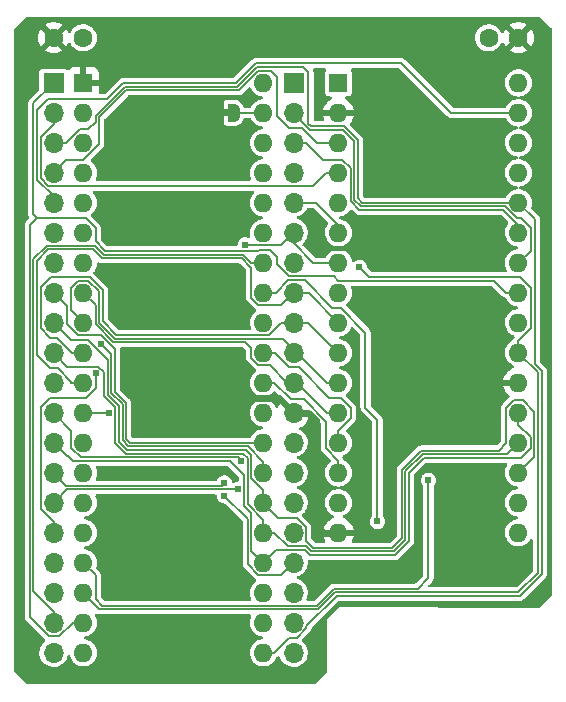
<source format=gbl>
G04 #@! TF.GenerationSoftware,KiCad,Pcbnew,(6.0.10-0)*
G04 #@! TF.CreationDate,2022-12-27T18:05:12+09:00*
G04 #@! TF.ProjectId,MEZ6809RAM,4d455a36-3830-4395-9241-4d2e6b696361,A*
G04 #@! TF.SameCoordinates,PX5f5e100PY8f0d180*
G04 #@! TF.FileFunction,Copper,L2,Bot*
G04 #@! TF.FilePolarity,Positive*
%FSLAX46Y46*%
G04 Gerber Fmt 4.6, Leading zero omitted, Abs format (unit mm)*
G04 Created by KiCad (PCBNEW (6.0.10-0)) date 2022-12-27 18:05:12*
%MOMM*%
%LPD*%
G01*
G04 APERTURE LIST*
G04 Aperture macros list*
%AMFreePoly0*
4,1,22,0.500000,-0.750000,0.000000,-0.750000,0.000000,-0.745033,-0.079941,-0.743568,-0.215256,-0.701293,-0.333266,-0.622738,-0.424486,-0.514219,-0.481581,-0.384460,-0.499164,-0.250000,-0.500000,-0.250000,-0.500000,0.250000,-0.499164,0.250000,-0.499963,0.256109,-0.478152,0.396186,-0.417904,0.524511,-0.324060,0.630769,-0.204165,0.706417,-0.067858,0.745374,0.000000,0.744959,0.000000,0.750000,
0.500000,0.750000,0.500000,-0.750000,0.500000,-0.750000,$1*%
%AMFreePoly1*
4,1,20,0.000000,0.744959,0.073905,0.744508,0.209726,0.703889,0.328688,0.626782,0.421226,0.519385,0.479903,0.390333,0.500000,0.250000,0.500000,-0.250000,0.499851,-0.262216,0.476331,-0.402017,0.414519,-0.529596,0.319384,-0.634700,0.198574,-0.708877,0.061801,-0.746166,0.000000,-0.745033,0.000000,-0.750000,-0.500000,-0.750000,-0.500000,0.750000,0.000000,0.750000,0.000000,0.744959,
0.000000,0.744959,$1*%
G04 Aperture macros list end*
G04 #@! TA.AperFunction,ComponentPad*
%ADD10C,1.600000*%
G04 #@! TD*
G04 #@! TA.AperFunction,ComponentPad*
%ADD11R,1.600000X1.600000*%
G04 #@! TD*
G04 #@! TA.AperFunction,ComponentPad*
%ADD12O,1.600000X1.600000*%
G04 #@! TD*
G04 #@! TA.AperFunction,SMDPad,CuDef*
%ADD13FreePoly0,180.000000*%
G04 #@! TD*
G04 #@! TA.AperFunction,SMDPad,CuDef*
%ADD14FreePoly1,180.000000*%
G04 #@! TD*
G04 #@! TA.AperFunction,ComponentPad*
%ADD15R,1.700000X1.700000*%
G04 #@! TD*
G04 #@! TA.AperFunction,ComponentPad*
%ADD16O,1.700000X1.700000*%
G04 #@! TD*
G04 #@! TA.AperFunction,ViaPad*
%ADD17C,0.605000*%
G04 #@! TD*
G04 #@! TA.AperFunction,Conductor*
%ADD18C,0.600000*%
G04 #@! TD*
G04 #@! TA.AperFunction,Conductor*
%ADD19C,0.400000*%
G04 #@! TD*
G04 #@! TA.AperFunction,Conductor*
%ADD20C,0.152400*%
G04 #@! TD*
G04 APERTURE END LIST*
G36*
X18665000Y48595000D02*
G01*
X18165000Y48595000D01*
X18165000Y49195000D01*
X18665000Y49195000D01*
X18665000Y48595000D01*
G37*
D10*
X6332500Y55245000D03*
X3832500Y55245000D03*
D11*
X6347500Y51435000D03*
D12*
X6347500Y48895000D03*
X6347500Y46355000D03*
X6347500Y43815000D03*
X6347500Y41275000D03*
X6347500Y38735000D03*
X6347500Y36195000D03*
X6347500Y33655000D03*
X6347500Y31115000D03*
X6347500Y28575000D03*
X6347500Y26035000D03*
X6347500Y23495000D03*
X6347500Y20955000D03*
X6347500Y18415000D03*
X6347500Y15875000D03*
X6347500Y13335000D03*
X6347500Y10795000D03*
X6347500Y8255000D03*
X6347500Y5715000D03*
X6347500Y3175000D03*
X21587500Y3175000D03*
X21587500Y5715000D03*
X21587500Y8255000D03*
X21587500Y10795000D03*
X21587500Y13335000D03*
X21587500Y15875000D03*
X21587500Y18415000D03*
X21587500Y20955000D03*
X21587500Y23495000D03*
X21587500Y26035000D03*
X21587500Y28575000D03*
X21587500Y31115000D03*
X21587500Y33655000D03*
X21587500Y36195000D03*
X21587500Y38735000D03*
X21587500Y41275000D03*
X21587500Y43815000D03*
X21587500Y46355000D03*
X21587500Y48895000D03*
X21587500Y51435000D03*
D10*
X40662500Y55245000D03*
X43162500Y55245000D03*
D11*
X27937500Y51440000D03*
D12*
X27937500Y48900000D03*
X27937500Y46360000D03*
X27937500Y43820000D03*
X27937500Y41280000D03*
X27937500Y38740000D03*
X27937500Y36200000D03*
X27937500Y33660000D03*
X27937500Y31120000D03*
X27937500Y28580000D03*
X27937500Y26040000D03*
X27937500Y23500000D03*
X27937500Y20960000D03*
X27937500Y18420000D03*
X27937500Y15880000D03*
X27937500Y13340000D03*
X43177500Y13340000D03*
X43177500Y15880000D03*
X43177500Y18420000D03*
X43177500Y20960000D03*
X43177500Y23500000D03*
X43177500Y26040000D03*
X43177500Y28580000D03*
X43177500Y31120000D03*
X43177500Y33660000D03*
X43177500Y36200000D03*
X43177500Y38740000D03*
X43177500Y41280000D03*
X43177500Y43820000D03*
X43177500Y46360000D03*
X43177500Y48900000D03*
X43177500Y51440000D03*
D13*
X19065000Y48895000D03*
D14*
X17765000Y48895000D03*
D15*
X24132500Y51440000D03*
D16*
X24132500Y48900000D03*
X24132500Y46360000D03*
X24132500Y43820000D03*
X24132500Y41280000D03*
X24132500Y38740000D03*
X24132500Y36200000D03*
X24132500Y33660000D03*
X24132500Y31120000D03*
X24132500Y28580000D03*
X24132500Y26040000D03*
X24132500Y23500000D03*
X24132500Y20960000D03*
X24132500Y18420000D03*
X24132500Y15880000D03*
X24132500Y13340000D03*
X24132500Y10800000D03*
X24132500Y8260000D03*
X24132500Y5720000D03*
X24132500Y3180000D03*
D15*
X3812500Y51440000D03*
D16*
X3812500Y48900000D03*
X3812500Y46360000D03*
X3812500Y43820000D03*
X3812500Y41280000D03*
X3812500Y38740000D03*
X3812500Y36200000D03*
X3812500Y33660000D03*
X3812500Y31120000D03*
X3812500Y28580000D03*
X3812500Y26040000D03*
X3812500Y23500000D03*
X3812500Y20960000D03*
X3812500Y18420000D03*
X3812500Y15880000D03*
X3812500Y13340000D03*
X3812500Y10800000D03*
X3812500Y8260000D03*
X3812500Y5720000D03*
X3812500Y3180000D03*
D17*
X18415000Y28575000D03*
X40640000Y31115000D03*
X9525000Y18415000D03*
X17780000Y41275000D03*
X40640000Y50165000D03*
X17780000Y8255000D03*
X43180000Y10160000D03*
X18415000Y31115000D03*
X18415000Y26035000D03*
X18415000Y27305000D03*
X17780000Y38735000D03*
X17780000Y35560000D03*
X26670000Y10160000D03*
X13970000Y53340000D03*
X10160000Y40005000D03*
X40640000Y33655000D03*
X1905000Y1905000D03*
X10160000Y8255000D03*
X10160000Y38735000D03*
X45085000Y8255000D03*
X26035000Y1905000D03*
X17780000Y40005000D03*
X13970000Y35560000D03*
X39370000Y50165000D03*
X10795000Y35560000D03*
X40640000Y51435000D03*
X19685000Y31115000D03*
X26038000Y19688000D03*
X26035000Y38100000D03*
X17767500Y50152500D03*
X31115000Y33655000D03*
X33020000Y10160000D03*
X10160000Y53340000D03*
X17145000Y31115000D03*
X10160000Y41275000D03*
X31115000Y38119400D03*
X40640000Y38100000D03*
X18415000Y53340000D03*
X7813400Y29330100D03*
X19710059Y19417559D03*
X18265400Y17548600D03*
X19418700Y17018000D03*
X29718000Y35814000D03*
X35560000Y17780000D03*
X20066000Y37719000D03*
X8516300Y23495000D03*
X7383300Y26879600D03*
X18288000Y16487400D03*
X31242000Y14305300D03*
D18*
X26672000Y13335000D02*
X26038000Y13970000D01*
D19*
X30460600Y37465000D02*
X31115000Y38119400D01*
D18*
X25398000Y23500000D02*
X24132500Y23500000D01*
X24132000Y23500000D02*
X22868000Y24765000D01*
X19685000Y24765000D02*
X18415000Y26035000D01*
X27937500Y13340000D02*
X26678000Y13340000D01*
X26038000Y19688000D02*
X26038000Y22860000D01*
X26038000Y22860000D02*
X25398000Y23500000D01*
D19*
X26035000Y38100000D02*
X26670000Y37465000D01*
D18*
X26678000Y13340000D02*
X26672000Y13335000D01*
D19*
X26670000Y37465000D02*
X30460600Y37465000D01*
D18*
X22868000Y24765000D02*
X19685000Y24765000D01*
X26038000Y13970000D02*
X26038000Y19688000D01*
D20*
X3398400Y4608100D02*
X4318300Y4608100D01*
X27922100Y34688900D02*
X27559000Y35052000D01*
X23751229Y35055900D02*
X22733000Y36074129D01*
X21125739Y37187900D02*
X8191152Y37187900D01*
X3812500Y51440000D02*
X2108700Y49736200D01*
X27559000Y35052000D02*
X25196052Y35052000D01*
X1796700Y39392800D02*
X1796700Y6209800D01*
X42148600Y33660000D02*
X41119700Y34688900D01*
X4318300Y4608100D02*
X5425200Y5715000D01*
X2108700Y49736200D02*
X2108700Y40315200D01*
X2108700Y40315200D02*
X2413900Y40010000D01*
X1796700Y6209800D02*
X3398400Y4608100D01*
X25196052Y35052000D02*
X25192152Y35055900D01*
X6532161Y40005000D02*
X2418900Y40005000D01*
X22157400Y37278600D02*
X21216439Y37278600D01*
X25192152Y35055900D02*
X23751229Y35055900D01*
X22733000Y36703000D02*
X22157400Y37278600D01*
X41119700Y34688900D02*
X27922100Y34688900D01*
X2413900Y40010000D02*
X1796700Y39392800D01*
X8191152Y37187900D02*
X7376100Y38002952D01*
X21216439Y37278600D02*
X21125739Y37187900D01*
X2418900Y40005000D02*
X2413900Y40010000D01*
X43177500Y33660000D02*
X42148600Y33660000D01*
X5425200Y5715000D02*
X6347500Y5715000D01*
X7376100Y38002952D02*
X7376100Y39161061D01*
X22733000Y36074129D02*
X22733000Y36703000D01*
X7376100Y39161061D02*
X6532161Y40005000D01*
X2719000Y43340700D02*
X2719000Y46839400D01*
X2719000Y46839400D02*
X3812500Y47932900D01*
X3329000Y42730700D02*
X2719000Y43340700D01*
X27937500Y43820000D02*
X26908600Y43820000D01*
X25819300Y42730700D02*
X3329000Y42730700D01*
X3812500Y47932900D02*
X3812500Y48900000D01*
X26908600Y43820000D02*
X25819300Y42730700D01*
X9829800Y51104800D02*
X19371587Y51104800D01*
X4891400Y46360000D02*
X6047300Y47515900D01*
X7376100Y48143100D02*
X7376100Y48651100D01*
X24387871Y4450000D02*
X25211100Y5273229D01*
X23784800Y4450000D02*
X24387871Y4450000D01*
X25400000Y47979104D02*
X25622804Y47756300D01*
X28426913Y47756300D02*
X29575700Y46607513D01*
X25211100Y5425996D02*
X27786104Y8001000D01*
X6047300Y47515900D02*
X6748900Y47515900D01*
X29967000Y41280000D02*
X43177500Y41280000D01*
X45144900Y9838900D02*
X45144900Y27043652D01*
X19371587Y51104800D02*
X21035187Y52768400D01*
X6748900Y47515900D02*
X7376100Y48143100D01*
X29575700Y41671300D02*
X29967000Y41280000D01*
X25622804Y47756300D02*
X28426913Y47756300D01*
X44577000Y39880500D02*
X43177500Y41280000D01*
X43307000Y8001000D02*
X45144900Y9838900D01*
X21587500Y3175000D02*
X22509800Y3175000D01*
X25211100Y5273229D02*
X25211100Y5425996D01*
X22509800Y3175000D02*
X23784800Y4450000D01*
X44577000Y27611552D02*
X44577000Y39880500D01*
X24961300Y52768400D02*
X25400000Y52329700D01*
X29575700Y46607513D02*
X29575700Y41671300D01*
X27786104Y8001000D02*
X43307000Y8001000D01*
X45144900Y27043652D02*
X44577000Y27611552D01*
X3812500Y46360000D02*
X4891400Y46360000D01*
X25400000Y52329700D02*
X25400000Y47979104D01*
X7376100Y48651100D02*
X9829800Y51104800D01*
X21035187Y52768400D02*
X24961300Y52768400D01*
X7680900Y48524848D02*
X7680900Y46233739D01*
X9956052Y50800000D02*
X7680900Y48524848D01*
X22212400Y52463600D02*
X21161439Y52463600D01*
X24892000Y47625000D02*
X23749000Y47625000D01*
X22733000Y51943000D02*
X22212400Y52463600D01*
X19497839Y50800000D02*
X9956052Y50800000D01*
X6316361Y44869200D02*
X4861700Y44869200D01*
X26157000Y46360000D02*
X24892000Y47625000D01*
X22733000Y48641000D02*
X22733000Y51943000D01*
X4861700Y44869200D02*
X3812500Y43820000D01*
X23749000Y47625000D02*
X22733000Y48641000D01*
X27937500Y46360000D02*
X26157000Y46360000D01*
X21161439Y52463600D02*
X19497839Y50800000D01*
X7680900Y46233739D02*
X6316361Y44869200D01*
X20921735Y53086000D02*
X19270735Y51435000D01*
X3349100Y50038000D02*
X2413800Y49102700D01*
X9728948Y51435000D02*
X8331948Y50038000D01*
X2413800Y43214200D02*
X3812500Y41815500D01*
X33274000Y53086000D02*
X20921735Y53086000D01*
X3812500Y41815500D02*
X3812500Y41280000D01*
X43177500Y48900000D02*
X37460000Y48900000D01*
X8331948Y50038000D02*
X3349100Y50038000D01*
X2413800Y49102700D02*
X2413800Y43214200D01*
X19270735Y51435000D02*
X9728948Y51435000D01*
X37460000Y48900000D02*
X33274000Y53086000D01*
X9657000Y21153948D02*
X9657000Y24201948D01*
X21587500Y19306500D02*
X20243800Y20650200D01*
X8712200Y28431300D02*
X7813400Y29330100D01*
X9657000Y24201948D02*
X8712200Y25146748D01*
X10160748Y20650200D02*
X9657000Y21153948D01*
X21587500Y18415000D02*
X21587500Y19306500D01*
X20243800Y20650200D02*
X10160748Y20650200D01*
X8712200Y25146748D02*
X8712200Y28431300D01*
X9017000Y25273000D02*
X9017000Y28877589D01*
X9017000Y28877589D02*
X7848989Y30045600D01*
X7848989Y30045600D02*
X5927200Y30045600D01*
X10287000Y20955000D02*
X9961800Y21280200D01*
X21587500Y20955000D02*
X10287000Y20955000D01*
X9961800Y21280200D02*
X9961800Y24328200D01*
X4970700Y31002100D02*
X4970700Y32501800D01*
X5927200Y30045600D02*
X4970700Y31002100D01*
X9961800Y24328200D02*
X9017000Y25273000D01*
X4970700Y32501800D02*
X3812500Y33660000D01*
X20558900Y19904048D02*
X20117548Y20345400D01*
X43598900Y24537000D02*
X42759839Y24537000D01*
X33299400Y12852400D02*
X32512000Y12065000D01*
X34931396Y20299500D02*
X33299400Y18667504D01*
X9352200Y24075696D02*
X8407400Y25020496D01*
X25781000Y12065000D02*
X25211100Y12634900D01*
X8407400Y25020496D02*
X8407400Y27970400D01*
X6718800Y29659000D02*
X5273500Y29659000D01*
X9352200Y21027696D02*
X9352200Y24075696D01*
X20117548Y20345400D02*
X10034496Y20345400D01*
X20558900Y17988939D02*
X20558900Y19904048D01*
X5273500Y29659000D02*
X3812500Y31120000D01*
X44535000Y23600900D02*
X43598900Y24537000D01*
X21587500Y16960339D02*
X20558900Y17988939D01*
X43177500Y18420000D02*
X44535000Y19777500D01*
X41508500Y20299500D02*
X34931396Y20299500D01*
X24387871Y14610000D02*
X22852500Y14610000D01*
X22852500Y14610000D02*
X21587500Y15875000D01*
X33299400Y18667504D02*
X33299400Y12852400D01*
X10034496Y20345400D02*
X9352200Y21027696D01*
X42759839Y24537000D02*
X42148900Y23926061D01*
X42148900Y23926061D02*
X42148900Y20939900D01*
X32512000Y12065000D02*
X25781000Y12065000D01*
X25211100Y12634900D02*
X25211100Y13786771D01*
X21587500Y15875000D02*
X21587500Y16960339D01*
X25211100Y13786771D02*
X24387871Y14610000D01*
X8407400Y27970400D02*
X6718800Y29659000D01*
X44535000Y19777500D02*
X44535000Y23600900D01*
X42148900Y20939900D02*
X41508500Y20299500D01*
X8102600Y26911900D02*
X7603500Y27411000D01*
X9047400Y23949444D02*
X8102600Y24894244D01*
X23661400Y12183400D02*
X25231548Y12183400D01*
X21587500Y14420339D02*
X20254100Y15753739D01*
X4981500Y27411000D02*
X3812500Y28580000D01*
X25231548Y12183400D02*
X25654748Y11760200D01*
X25654748Y11760200D02*
X32638252Y11760200D01*
X9908244Y20040600D02*
X9047400Y20901444D01*
X21587500Y13335000D02*
X22509800Y13335000D01*
X33604200Y12726148D02*
X33604200Y18541252D01*
X7603500Y27411000D02*
X4981500Y27411000D01*
X32638252Y11760200D02*
X33604200Y12726148D01*
X22509800Y13335000D02*
X23661400Y12183400D01*
X33604200Y18541252D02*
X35057648Y19994700D01*
X35057648Y19994700D02*
X42212200Y19994700D01*
X20254100Y19623900D02*
X19837400Y20040600D01*
X9047400Y20901444D02*
X9047400Y23949444D01*
X42212200Y19994700D02*
X43177500Y20960000D01*
X20254100Y15753739D02*
X20254100Y19623900D01*
X8102600Y24894244D02*
X8102600Y26911900D01*
X21587500Y13335000D02*
X21587500Y14420339D01*
X19837400Y20040600D02*
X9908244Y20040600D01*
X19710059Y19417559D02*
X19391818Y19735800D01*
X7281013Y19748400D02*
X6099439Y19748400D01*
X7293613Y19735800D02*
X7281013Y19748400D01*
X19391818Y19735800D02*
X7293613Y19735800D01*
X5318900Y20528939D02*
X5318900Y21993600D01*
X6099439Y19748400D02*
X5318900Y20528939D01*
X5318900Y21993600D02*
X3812500Y23500000D01*
X22671100Y11878600D02*
X25105296Y11878600D01*
X44217100Y20527100D02*
X44217100Y21431500D01*
X19949300Y15627487D02*
X20558900Y15017887D01*
X5448400Y19443600D02*
X7154761Y19443600D01*
X21587500Y10795000D02*
X22671100Y11878600D01*
X3812500Y20952500D02*
X4953000Y19812000D01*
X7154761Y19443600D02*
X7167361Y19431000D01*
X44217100Y21431500D02*
X43177500Y22471100D01*
X43379900Y19689900D02*
X44217100Y20527100D01*
X35183900Y19689900D02*
X43379900Y19689900D01*
X25105296Y11878600D02*
X25528496Y11455400D01*
X19949300Y18214200D02*
X19949300Y15627487D01*
X33909000Y18415000D02*
X35183900Y19689900D01*
X18732500Y19431000D02*
X19949300Y18214200D01*
X25528496Y11455400D02*
X32764504Y11455400D01*
X33909000Y12599896D02*
X33909000Y18415000D01*
X43177500Y22471100D02*
X43177500Y23500000D01*
X20558900Y11823600D02*
X21587500Y10795000D01*
X4953000Y19812000D02*
X5080000Y19812000D01*
X5080000Y19812000D02*
X5448400Y19443600D01*
X7167361Y19431000D02*
X18732500Y19431000D01*
X20558900Y15017887D02*
X20558900Y11823600D01*
X32764504Y11455400D02*
X33909000Y12599896D01*
X3812500Y20960000D02*
X3812500Y20952500D01*
X27937500Y20960000D02*
X27937500Y21988900D01*
X27937500Y21988900D02*
X28982200Y23033600D01*
X4909700Y17322800D02*
X3812500Y18420000D01*
X22538000Y28575000D02*
X21587500Y28575000D01*
X18039600Y17322800D02*
X4909700Y17322800D01*
X27175700Y24767300D02*
X24573900Y27369100D01*
X18265400Y17548600D02*
X18039600Y17322800D01*
X24573900Y27369100D02*
X23743900Y27369100D01*
X28982200Y23033600D02*
X28982200Y23910400D01*
X28125300Y24767300D02*
X27175700Y24767300D01*
X28982200Y23910400D02*
X28125300Y24767300D01*
X23743900Y27369100D02*
X22538000Y28575000D01*
X22505400Y26035000D02*
X21587500Y26035000D01*
X24992400Y24662000D02*
X23878400Y24662000D01*
X27937500Y18420000D02*
X27937500Y19448900D01*
X23878400Y24662000D02*
X22505400Y26035000D01*
X19418700Y17018000D02*
X4953000Y17018000D01*
X26908600Y20477800D02*
X26908600Y22745800D01*
X27937500Y19448900D02*
X26908600Y20477800D01*
X4953000Y17018000D02*
X3815000Y15880000D01*
X26908600Y22745800D02*
X24992400Y24662000D01*
X3815000Y15880000D02*
X3812500Y15880000D01*
X43180748Y8305800D02*
X44840100Y9965152D01*
X7696948Y6858000D02*
X26212052Y6858000D01*
X44840100Y26917400D02*
X43177500Y28580000D01*
X30538300Y34993700D02*
X41345500Y34993700D01*
X29718000Y35814000D02*
X30538300Y34993700D01*
X44214800Y30646200D02*
X43177500Y29608900D01*
X44214800Y34084400D02*
X44214800Y30646200D01*
X6347500Y8207448D02*
X7696948Y6858000D01*
X6347500Y8255000D02*
X6347500Y8207448D01*
X41345500Y34993700D02*
X41345900Y34994100D01*
X43305100Y34994100D02*
X44214800Y34084400D01*
X27659852Y8305800D02*
X43180748Y8305800D01*
X44840100Y9965152D02*
X44840100Y26917400D01*
X43177500Y29608900D02*
X43177500Y28580000D01*
X26212052Y6858000D02*
X27659852Y8305800D01*
X41345900Y34994100D02*
X43305100Y34994100D01*
X29840748Y40975200D02*
X42022348Y40975200D01*
X44207900Y37230400D02*
X43177500Y36200000D01*
X27533600Y8610600D02*
X26085800Y7162800D01*
X26085800Y7162800D02*
X7950200Y7162800D01*
X43051248Y39946300D02*
X43426300Y39946300D01*
X34645600Y8610600D02*
X27533600Y8610600D01*
X25496552Y47451500D02*
X28300661Y47451500D01*
X29270900Y41545048D02*
X29840748Y40975200D01*
X44207900Y39164700D02*
X44207900Y37230400D01*
X7376100Y7736900D02*
X7376100Y9766400D01*
X35560000Y17780000D02*
X35560000Y9525000D01*
X7376100Y9766400D02*
X6347500Y10795000D01*
X35560000Y9525000D02*
X34645600Y8610600D01*
X42022348Y40975200D02*
X43051248Y39946300D01*
X29270900Y46481261D02*
X29270900Y41545048D01*
X24132500Y48900000D02*
X24132500Y48815552D01*
X24132500Y48815552D02*
X25496552Y47451500D01*
X7950200Y7162800D02*
X7376100Y7736900D01*
X43426300Y39946300D02*
X44207900Y39164700D01*
X28300661Y47451500D02*
X29270900Y46481261D01*
X43177500Y39388996D02*
X43177500Y38740000D01*
X28966100Y44246061D02*
X28966100Y41418796D01*
X24132500Y46360000D02*
X25211400Y46360000D01*
X41896096Y40670400D02*
X43177500Y39388996D01*
X29714496Y40670400D02*
X41896096Y40670400D01*
X28966100Y41418796D02*
X29714496Y40670400D01*
X28279761Y44932400D02*
X28966100Y44246061D01*
X25211400Y46360000D02*
X26639000Y44932400D01*
X26639000Y44932400D02*
X28279761Y44932400D01*
X27937500Y38740000D02*
X27937500Y39372500D01*
X26030000Y41280000D02*
X24132500Y41280000D01*
X27937500Y39372500D02*
X26030000Y41280000D01*
X20066000Y37719000D02*
X20078600Y37706400D01*
X20078600Y37706400D02*
X23098900Y37706400D01*
X23098900Y37706400D02*
X24132500Y38740000D01*
X25776000Y36200000D02*
X24132500Y37843500D01*
X27937500Y36200000D02*
X25776000Y36200000D01*
X24132500Y37843500D02*
X24132500Y38740000D01*
X8516300Y23495000D02*
X6347500Y23495000D01*
X19759648Y36578300D02*
X20558900Y35779048D01*
X4150200Y27310000D02*
X3506700Y27310000D01*
X3506700Y27310000D02*
X2406900Y28409800D01*
X25014000Y33660000D02*
X24132500Y33660000D01*
X20558900Y33228939D02*
X21161439Y32626400D01*
X21161439Y32626400D02*
X23098900Y32626400D01*
X25402500Y33655000D02*
X25019000Y33655000D01*
X27937500Y31120000D02*
X25402500Y33655000D01*
X7169300Y37321100D02*
X7912100Y36578300D01*
X20558900Y35779048D02*
X20558900Y33228939D01*
X6347500Y26035000D02*
X5318600Y26035000D01*
X5318600Y26035000D02*
X5318600Y26141600D01*
X2406900Y36348200D02*
X3379800Y37321100D01*
X23098900Y32626400D02*
X24132500Y33660000D01*
X25019000Y33655000D02*
X25014000Y33660000D01*
X7912100Y36578300D02*
X19759648Y36578300D01*
X2406900Y28409800D02*
X2406900Y36348200D01*
X3379800Y37321100D02*
X7169300Y37321100D01*
X5318600Y26141600D02*
X4150200Y27310000D01*
X7985700Y33902513D02*
X6870013Y35018200D01*
X4143300Y29850000D02*
X5418300Y28575000D01*
X24132500Y31120000D02*
X23053600Y31120000D01*
X3611100Y35018200D02*
X2712100Y34119200D01*
X25395000Y31120000D02*
X27935000Y28580000D01*
X9129704Y30086400D02*
X7985700Y31230404D01*
X2712100Y30684400D02*
X3546500Y29850000D01*
X27935000Y28580000D02*
X27937500Y28580000D01*
X23053600Y31120000D02*
X22020000Y30086400D01*
X3546500Y29850000D02*
X4143300Y29850000D01*
X7985700Y31230404D02*
X7985700Y33902513D01*
X24132500Y31120000D02*
X25395000Y31120000D01*
X22020000Y30086400D02*
X9129704Y30086400D01*
X6870013Y35018200D02*
X3611100Y35018200D01*
X5418300Y28575000D02*
X6347500Y28575000D01*
X2712100Y34119200D02*
X2712100Y30684400D01*
X24132500Y28580000D02*
X24402300Y28580000D01*
X24402300Y28580000D02*
X23200700Y29781600D01*
X7680900Y31104152D02*
X7680900Y33776261D01*
X23200700Y29781600D02*
X9003452Y29781600D01*
X5909600Y34688100D02*
X5275900Y34054400D01*
X7680900Y33776261D02*
X6769061Y34688100D01*
X6769061Y34688100D02*
X5909600Y34688100D01*
X9003452Y29781600D02*
X7680900Y31104152D01*
X5275900Y32186600D02*
X6347500Y31115000D01*
X5275900Y34054400D02*
X5275900Y32186600D01*
X26942300Y26040000D02*
X24402300Y28580000D01*
X27937500Y26040000D02*
X26942300Y26040000D01*
X7376100Y32626400D02*
X6347500Y33655000D01*
X22110600Y27546400D02*
X21161439Y27546400D01*
X8877200Y29476800D02*
X7376100Y30977900D01*
X24388500Y26040000D02*
X24260500Y26040000D01*
X23617000Y26040000D02*
X22110600Y27546400D01*
X27937500Y23500000D02*
X26928500Y23500000D01*
X26928500Y23500000D02*
X24388500Y26040000D01*
X20053200Y29476800D02*
X8877200Y29476800D01*
X24132500Y26040000D02*
X24260500Y26040000D01*
X21161439Y27546400D02*
X20558900Y28148939D01*
X7376100Y30977900D02*
X7376100Y32626400D01*
X20558900Y28971100D02*
X20053200Y29476800D01*
X20558900Y28148939D02*
X20558900Y28971100D01*
X24260500Y26040000D02*
X23617000Y26040000D01*
X7383300Y25562200D02*
X7383300Y26879600D01*
X6592900Y24771800D02*
X7383300Y25562200D01*
X3508500Y24771800D02*
X6592900Y24771800D01*
X3812500Y14284000D02*
X2712100Y15384400D01*
X3812500Y13340000D02*
X3812500Y14284000D01*
X2712100Y23975400D02*
X3508500Y24771800D01*
X2712100Y15384400D02*
X2712100Y23975400D01*
X18288000Y16487400D02*
X20254100Y14521300D01*
X20254100Y14521300D02*
X20254100Y10669800D01*
X23091300Y9758800D02*
X24132500Y10800000D01*
X20254100Y10669800D02*
X21165100Y9758800D01*
X21165100Y9758800D02*
X23091300Y9758800D01*
X21587500Y36195000D02*
X20574000Y36195000D01*
X3812500Y6664000D02*
X3812500Y5720000D01*
X3253300Y37626200D02*
X2101800Y36474700D01*
X7321800Y37626200D02*
X3253300Y37626200D01*
X19885900Y36883100D02*
X8064900Y36883100D01*
X2101800Y36474700D02*
X2101800Y8374700D01*
X2101800Y8374700D02*
X3812500Y6664000D01*
X20574000Y36195000D02*
X19885900Y36883100D01*
X8064900Y36883100D02*
X7321800Y37626200D01*
X22616400Y33669900D02*
X22616400Y33655000D01*
X30226000Y30286600D02*
X28125300Y32387300D01*
X28125300Y32387300D02*
X27429700Y32387300D01*
X25065900Y34751100D02*
X23697600Y34751100D01*
X23697600Y34751100D02*
X22616400Y33669900D01*
X31242000Y22910052D02*
X30226000Y23926052D01*
X27429700Y32387300D02*
X25065900Y34751100D01*
X30226000Y23926052D02*
X30226000Y30286600D01*
X22616400Y33655000D02*
X21587500Y33655000D01*
X31242000Y14305300D02*
X31242000Y22910052D01*
X19065000Y48895000D02*
X21587500Y48895000D01*
G04 #@! TA.AperFunction,Conductor*
G36*
X45018198Y56979998D02*
G01*
X45036373Y56965809D01*
X45869451Y56182716D01*
X45960299Y56097319D01*
X45996234Y56036088D01*
X46000000Y56005512D01*
X46000000Y8052190D01*
X45979998Y7984069D01*
X45963095Y7963095D01*
X45037089Y7037089D01*
X44974777Y7003063D01*
X44947550Y7000185D01*
X28000000Y7060000D01*
X27993100Y7052686D01*
X27016292Y6017269D01*
X27000000Y6000000D01*
X27000000Y1612191D01*
X26979998Y1544070D01*
X26963096Y1523096D01*
X26036778Y596776D01*
X25974465Y562751D01*
X25947991Y559871D01*
X1554537Y500134D01*
X1486367Y519970D01*
X1462576Y539670D01*
X534348Y1523591D01*
X502152Y1586868D01*
X500000Y1610055D01*
X500000Y6196245D01*
X1365392Y6196245D01*
X1367084Y6186983D01*
X1367084Y6186974D01*
X1375363Y6141648D01*
X1376014Y6137740D01*
X1384256Y6082916D01*
X1387216Y6076752D01*
X1388445Y6070023D01*
X1414022Y6020785D01*
X1415779Y6017269D01*
X1435720Y5975741D01*
X1435722Y5975737D01*
X1439798Y5967250D01*
X1444441Y5962228D01*
X1447593Y5956159D01*
X1451674Y5951381D01*
X1486849Y5916206D01*
X1490278Y5912641D01*
X1526895Y5873029D01*
X1532987Y5869490D01*
X1538524Y5864531D01*
X3073477Y4329578D01*
X3083335Y4318485D01*
X3093715Y4305317D01*
X3120178Y4239437D01*
X3106822Y4169707D01*
X3077839Y4132583D01*
X2937957Y4009910D01*
X2801363Y3836640D01*
X2698631Y3641380D01*
X2633203Y3430667D01*
X2607270Y3211560D01*
X2621700Y2991396D01*
X2623121Y2985800D01*
X2623122Y2985795D01*
X2674590Y2783143D01*
X2676011Y2777548D01*
X2678428Y2772306D01*
X2678428Y2772305D01*
X2716546Y2689621D01*
X2768383Y2577179D01*
X2895722Y2396998D01*
X3053764Y2243039D01*
X3058560Y2239834D01*
X3058563Y2239832D01*
X3142761Y2183573D01*
X3237217Y2120460D01*
X3242520Y2118182D01*
X3242523Y2118180D01*
X3434629Y2035645D01*
X3439936Y2033365D01*
X3490242Y2021982D01*
X3649495Y1985946D01*
X3649501Y1985945D01*
X3655132Y1984671D01*
X3660903Y1984444D01*
X3660905Y1984444D01*
X3728711Y1981780D01*
X3875598Y1976009D01*
X3984775Y1991839D01*
X4088238Y2006840D01*
X4088243Y2006841D01*
X4093952Y2007669D01*
X4099416Y2009524D01*
X4099421Y2009525D01*
X4297407Y2076732D01*
X4297412Y2076734D01*
X4302879Y2078590D01*
X4495384Y2186398D01*
X4535731Y2219954D01*
X4660586Y2323796D01*
X4665018Y2327482D01*
X4806102Y2497116D01*
X4913910Y2689621D01*
X4915766Y2695088D01*
X4915768Y2695093D01*
X4982973Y2893073D01*
X4982974Y2893078D01*
X4984831Y2898548D01*
X4985304Y2901810D01*
X5020254Y2962680D01*
X5083280Y2995363D01*
X5153971Y2988783D01*
X5209883Y2945029D01*
X5229544Y2902713D01*
X5249855Y2822741D01*
X5258345Y2789310D01*
X5346869Y2597286D01*
X5468905Y2424609D01*
X5501382Y2392971D01*
X5568609Y2327482D01*
X5620365Y2277063D01*
X5625161Y2273858D01*
X5625164Y2273856D01*
X5750526Y2190092D01*
X5796177Y2159589D01*
X5801485Y2157308D01*
X5801486Y2157308D01*
X5985150Y2078400D01*
X5985153Y2078399D01*
X5990453Y2076122D01*
X5996082Y2074848D01*
X5996083Y2074848D01*
X6191050Y2030731D01*
X6191053Y2030731D01*
X6196686Y2029456D01*
X6202457Y2029229D01*
X6202459Y2029229D01*
X6264489Y2026792D01*
X6407970Y2021154D01*
X6413679Y2021982D01*
X6413683Y2021982D01*
X6611515Y2050667D01*
X6611519Y2050668D01*
X6617230Y2051496D01*
X6705366Y2081414D01*
X6811983Y2117605D01*
X6811988Y2117607D01*
X6817455Y2119463D01*
X6822498Y2122287D01*
X6996895Y2219954D01*
X6996899Y2219957D01*
X7001942Y2222781D01*
X7164512Y2357988D01*
X7299719Y2520558D01*
X7302543Y2525601D01*
X7302546Y2525605D01*
X7400213Y2700002D01*
X7400214Y2700004D01*
X7403037Y2705045D01*
X7404893Y2710512D01*
X7404895Y2710517D01*
X7469147Y2899800D01*
X7471004Y2905270D01*
X7472077Y2912665D01*
X7500814Y3110860D01*
X7500814Y3110862D01*
X7501346Y3114530D01*
X7502929Y3175000D01*
X7483581Y3385560D01*
X7426186Y3589069D01*
X7415053Y3611646D01*
X7335219Y3773531D01*
X7332665Y3778710D01*
X7206151Y3948133D01*
X7050881Y4091663D01*
X6986027Y4132583D01*
X6876934Y4201416D01*
X6876933Y4201416D01*
X6872054Y4204495D01*
X6675660Y4282848D01*
X6670003Y4283973D01*
X6669997Y4283975D01*
X6472734Y4323212D01*
X6409824Y4356119D01*
X6374692Y4417814D01*
X6378492Y4488709D01*
X6420017Y4546295D01*
X6479234Y4571487D01*
X6611515Y4590667D01*
X6611519Y4590668D01*
X6617230Y4591496D01*
X6711143Y4623375D01*
X6811983Y4657605D01*
X6811988Y4657607D01*
X6817455Y4659463D01*
X6822498Y4662287D01*
X6996895Y4759954D01*
X6996899Y4759957D01*
X7001942Y4762781D01*
X7164512Y4897988D01*
X7299719Y5060558D01*
X7302543Y5065601D01*
X7302546Y5065605D01*
X7400213Y5240002D01*
X7400214Y5240004D01*
X7403037Y5245045D01*
X7404893Y5250512D01*
X7404895Y5250517D01*
X7469147Y5439800D01*
X7471004Y5445270D01*
X7473776Y5464384D01*
X7500814Y5650860D01*
X7500814Y5650862D01*
X7501346Y5654530D01*
X7502929Y5715000D01*
X7483581Y5925560D01*
X7426186Y6129069D01*
X7423632Y6134247D01*
X7423629Y6134256D01*
X7341023Y6301763D01*
X7328833Y6371705D01*
X7356392Y6437134D01*
X7414950Y6477278D01*
X7485915Y6479390D01*
X7495749Y6476383D01*
X7497513Y6475764D01*
X7502460Y6473693D01*
X7507105Y6470483D01*
X7516082Y6467644D01*
X7516084Y6467643D01*
X7560009Y6453752D01*
X7563739Y6452507D01*
X7616089Y6434123D01*
X7622925Y6433854D01*
X7629443Y6431793D01*
X7635707Y6431300D01*
X7685468Y6431300D01*
X7690414Y6431203D01*
X7744300Y6429086D01*
X7751111Y6430892D01*
X7758526Y6431300D01*
X20455586Y6431300D01*
X20523707Y6411298D01*
X20570200Y6357642D01*
X20580304Y6287368D01*
X20567095Y6246633D01*
X20520023Y6157164D01*
X20457320Y5955227D01*
X20432467Y5745246D01*
X20446296Y5534251D01*
X20447717Y5528655D01*
X20447718Y5528650D01*
X20470284Y5439800D01*
X20498345Y5329310D01*
X20586869Y5137286D01*
X20708905Y4964609D01*
X20860365Y4817063D01*
X20865161Y4813858D01*
X20865164Y4813856D01*
X20974408Y4740862D01*
X21036177Y4699589D01*
X21041485Y4697308D01*
X21041486Y4697308D01*
X21225150Y4618400D01*
X21225153Y4618399D01*
X21230453Y4616122D01*
X21236082Y4614848D01*
X21236083Y4614848D01*
X21431050Y4570731D01*
X21431053Y4570731D01*
X21436686Y4569456D01*
X21442458Y4569229D01*
X21448187Y4568475D01*
X21447827Y4565743D01*
X21504104Y4546784D01*
X21548450Y4491341D01*
X21555782Y4420724D01*
X21523771Y4357353D01*
X21462581Y4321349D01*
X21453204Y4319368D01*
X21294150Y4292038D01*
X21294149Y4292038D01*
X21288453Y4291059D01*
X21090075Y4217873D01*
X21085114Y4214921D01*
X21085113Y4214921D01*
X20955881Y4138036D01*
X20908356Y4109762D01*
X20749381Y3970345D01*
X20618476Y3804292D01*
X20615787Y3799181D01*
X20615785Y3799178D01*
X20602292Y3773531D01*
X20520023Y3617164D01*
X20457320Y3415227D01*
X20432467Y3205246D01*
X20446296Y2994251D01*
X20447717Y2988655D01*
X20447718Y2988650D01*
X20492070Y2814018D01*
X20498345Y2789310D01*
X20586869Y2597286D01*
X20708905Y2424609D01*
X20741382Y2392971D01*
X20808609Y2327482D01*
X20860365Y2277063D01*
X20865161Y2273858D01*
X20865164Y2273856D01*
X20990526Y2190092D01*
X21036177Y2159589D01*
X21041485Y2157308D01*
X21041486Y2157308D01*
X21225150Y2078400D01*
X21225153Y2078399D01*
X21230453Y2076122D01*
X21236082Y2074848D01*
X21236083Y2074848D01*
X21431050Y2030731D01*
X21431053Y2030731D01*
X21436686Y2029456D01*
X21442457Y2029229D01*
X21442459Y2029229D01*
X21504489Y2026792D01*
X21647970Y2021154D01*
X21653679Y2021982D01*
X21653683Y2021982D01*
X21851515Y2050667D01*
X21851519Y2050668D01*
X21857230Y2051496D01*
X21945366Y2081414D01*
X22051983Y2117605D01*
X22051988Y2117607D01*
X22057455Y2119463D01*
X22062498Y2122287D01*
X22236895Y2219954D01*
X22236899Y2219957D01*
X22241942Y2222781D01*
X22404512Y2357988D01*
X22539719Y2520558D01*
X22542543Y2525601D01*
X22542546Y2525605D01*
X22640213Y2700002D01*
X22640214Y2700004D01*
X22643037Y2705045D01*
X22650573Y2727247D01*
X22691411Y2785322D01*
X22715344Y2800327D01*
X22743856Y2814018D01*
X22743862Y2814022D01*
X22752350Y2818098D01*
X22757372Y2822741D01*
X22763441Y2825893D01*
X22768219Y2829974D01*
X22782581Y2844336D01*
X22844893Y2878362D01*
X22915708Y2873297D01*
X22972544Y2830750D01*
X22993798Y2786259D01*
X22994588Y2783149D01*
X22994590Y2783144D01*
X22996011Y2777548D01*
X22998428Y2772306D01*
X22998428Y2772305D01*
X23036546Y2689621D01*
X23088383Y2577179D01*
X23215722Y2396998D01*
X23373764Y2243039D01*
X23378560Y2239834D01*
X23378563Y2239832D01*
X23462761Y2183573D01*
X23557217Y2120460D01*
X23562520Y2118182D01*
X23562523Y2118180D01*
X23754629Y2035645D01*
X23759936Y2033365D01*
X23810242Y2021982D01*
X23969495Y1985946D01*
X23969501Y1985945D01*
X23975132Y1984671D01*
X23980903Y1984444D01*
X23980905Y1984444D01*
X24048711Y1981780D01*
X24195598Y1976009D01*
X24304775Y1991839D01*
X24408238Y2006840D01*
X24408243Y2006841D01*
X24413952Y2007669D01*
X24419416Y2009524D01*
X24419421Y2009525D01*
X24617407Y2076732D01*
X24617412Y2076734D01*
X24622879Y2078590D01*
X24815384Y2186398D01*
X24855731Y2219954D01*
X24980586Y2323796D01*
X24985018Y2327482D01*
X25126102Y2497116D01*
X25233910Y2689621D01*
X25235766Y2695088D01*
X25235768Y2695093D01*
X25302975Y2893079D01*
X25302976Y2893084D01*
X25304831Y2898548D01*
X25305659Y2904257D01*
X25305660Y2904262D01*
X25335958Y3113228D01*
X25336491Y3116902D01*
X25338143Y3180000D01*
X25317954Y3399711D01*
X25313712Y3414754D01*
X25259634Y3606500D01*
X25258065Y3612064D01*
X25160480Y3809947D01*
X25080171Y3917494D01*
X25031920Y3982109D01*
X25031920Y3982110D01*
X25028467Y3986733D01*
X24866449Y4136501D01*
X24867868Y4138036D01*
X24831461Y4187886D01*
X24827232Y4258757D01*
X24860933Y4319617D01*
X25489622Y4948306D01*
X25500712Y4958161D01*
X25518266Y4971999D01*
X25518270Y4972003D01*
X25525665Y4977833D01*
X25557207Y5023471D01*
X25559502Y5026683D01*
X25586868Y5063732D01*
X25586870Y5063736D01*
X25592463Y5071308D01*
X25594729Y5077760D01*
X25598617Y5083386D01*
X25614172Y5132570D01*
X25615348Y5136290D01*
X25616602Y5140048D01*
X25631857Y5183486D01*
X25634977Y5192370D01*
X25635246Y5199206D01*
X25637307Y5205724D01*
X25637800Y5211988D01*
X25637800Y5212522D01*
X25639244Y5219933D01*
X25642389Y5219320D01*
X25662581Y5272383D01*
X25673853Y5285304D01*
X27925944Y7537395D01*
X27988256Y7571421D01*
X28015039Y7574300D01*
X43274190Y7574300D01*
X43288998Y7573427D01*
X43320555Y7569692D01*
X43329817Y7571384D01*
X43329826Y7571384D01*
X43375152Y7579663D01*
X43379060Y7580314D01*
X43381089Y7580619D01*
X43433884Y7588556D01*
X43440048Y7591516D01*
X43446777Y7592745D01*
X43496015Y7618322D01*
X43499531Y7620079D01*
X43541059Y7640020D01*
X43541063Y7640022D01*
X43549550Y7644098D01*
X43554572Y7648741D01*
X43560641Y7651893D01*
X43565419Y7655974D01*
X43600594Y7691149D01*
X43604160Y7694579D01*
X43636856Y7724803D01*
X43643771Y7731195D01*
X43647310Y7737287D01*
X43652269Y7742824D01*
X45423422Y9513977D01*
X45434512Y9523832D01*
X45452066Y9537670D01*
X45452070Y9537674D01*
X45459465Y9543504D01*
X45491057Y9589215D01*
X45493290Y9592338D01*
X45526262Y9636979D01*
X45528527Y9643428D01*
X45532417Y9649057D01*
X45539252Y9670667D01*
X45548022Y9698400D01*
X45549154Y9701978D01*
X45550398Y9705708D01*
X45565655Y9749153D01*
X45565655Y9749154D01*
X45568776Y9758041D01*
X45569044Y9764873D01*
X45571107Y9771395D01*
X45571600Y9777659D01*
X45571600Y9827430D01*
X45571697Y9832377D01*
X45573444Y9876839D01*
X45573814Y9886252D01*
X45572008Y9893063D01*
X45571600Y9900477D01*
X45571600Y27010841D01*
X45572473Y27025652D01*
X45575101Y27047855D01*
X45576208Y27057206D01*
X45572434Y27077873D01*
X45566240Y27111787D01*
X45565590Y27115690D01*
X45558744Y27161225D01*
X45558744Y27161226D01*
X45557344Y27170536D01*
X45554384Y27176700D01*
X45553155Y27183429D01*
X45527578Y27232667D01*
X45525821Y27236183D01*
X45505880Y27277711D01*
X45505878Y27277715D01*
X45501802Y27286202D01*
X45497159Y27291224D01*
X45494007Y27297293D01*
X45489926Y27302070D01*
X45454763Y27337233D01*
X45451333Y27340799D01*
X45421096Y27373509D01*
X45414705Y27380423D01*
X45408612Y27383962D01*
X45403074Y27388922D01*
X45040604Y27751393D01*
X45006579Y27813705D01*
X45003700Y27840488D01*
X45003700Y39847689D01*
X45004573Y39862500D01*
X45007201Y39884703D01*
X45008308Y39894054D01*
X45006389Y39904562D01*
X44998340Y39948635D01*
X44997690Y39952538D01*
X44990844Y39998073D01*
X44990844Y39998074D01*
X44989444Y40007384D01*
X44986484Y40013548D01*
X44985255Y40020277D01*
X44959678Y40069515D01*
X44957921Y40073031D01*
X44937980Y40114559D01*
X44937978Y40114563D01*
X44933902Y40123050D01*
X44929259Y40128072D01*
X44926107Y40134141D01*
X44922026Y40138918D01*
X44886863Y40174081D01*
X44883433Y40177647D01*
X44873077Y40188850D01*
X44846805Y40217271D01*
X44840712Y40220810D01*
X44835174Y40225770D01*
X44292966Y40767979D01*
X44258941Y40830291D01*
X44262749Y40897574D01*
X44301004Y41010270D01*
X44303051Y41024384D01*
X44330814Y41215860D01*
X44330814Y41215862D01*
X44331346Y41219530D01*
X44332929Y41280000D01*
X44313581Y41490560D01*
X44256186Y41694069D01*
X44252388Y41701772D01*
X44165219Y41878531D01*
X44162665Y41883710D01*
X44036151Y42053133D01*
X43920469Y42160068D01*
X43885122Y42192743D01*
X43885120Y42192745D01*
X43880881Y42196663D01*
X43875998Y42199744D01*
X43706934Y42306416D01*
X43706933Y42306416D01*
X43702054Y42309495D01*
X43505660Y42387848D01*
X43500003Y42388973D01*
X43499997Y42388975D01*
X43302734Y42428212D01*
X43239824Y42461119D01*
X43204692Y42522814D01*
X43208492Y42593709D01*
X43250017Y42651295D01*
X43309234Y42676487D01*
X43441515Y42695667D01*
X43441519Y42695668D01*
X43447230Y42696496D01*
X43526487Y42723400D01*
X43641983Y42762605D01*
X43641988Y42762607D01*
X43647455Y42764463D01*
X43652498Y42767287D01*
X43826895Y42864954D01*
X43826899Y42864957D01*
X43831942Y42867781D01*
X43994512Y43002988D01*
X44129719Y43165558D01*
X44132543Y43170601D01*
X44132546Y43170605D01*
X44230213Y43345002D01*
X44230214Y43345004D01*
X44233037Y43350045D01*
X44234893Y43355512D01*
X44234895Y43355517D01*
X44297450Y43539800D01*
X44301004Y43550270D01*
X44303051Y43564384D01*
X44330814Y43755860D01*
X44330814Y43755862D01*
X44331346Y43759530D01*
X44332929Y43820000D01*
X44313581Y44030560D01*
X44256186Y44234069D01*
X44252777Y44240983D01*
X44165219Y44418531D01*
X44162665Y44423710D01*
X44071449Y44545863D01*
X44039604Y44588509D01*
X44039603Y44588510D01*
X44036151Y44593133D01*
X43880881Y44736663D01*
X43866159Y44745952D01*
X43706934Y44846416D01*
X43706933Y44846416D01*
X43702054Y44849495D01*
X43505660Y44927848D01*
X43500003Y44928973D01*
X43499997Y44928975D01*
X43302734Y44968212D01*
X43239824Y45001119D01*
X43204692Y45062814D01*
X43208492Y45133709D01*
X43250017Y45191295D01*
X43309234Y45216487D01*
X43441515Y45235667D01*
X43441519Y45235668D01*
X43447230Y45236496D01*
X43543709Y45269246D01*
X43641983Y45302605D01*
X43641988Y45302607D01*
X43647455Y45304463D01*
X43675050Y45319917D01*
X43826895Y45404954D01*
X43826899Y45404957D01*
X43831942Y45407781D01*
X43994512Y45542988D01*
X44129719Y45705558D01*
X44132543Y45710601D01*
X44132546Y45710605D01*
X44230213Y45885002D01*
X44230214Y45885004D01*
X44233037Y45890045D01*
X44234893Y45895512D01*
X44234895Y45895517D01*
X44299147Y46084800D01*
X44301004Y46090270D01*
X44303051Y46104384D01*
X44330814Y46295860D01*
X44330814Y46295862D01*
X44331346Y46299530D01*
X44332929Y46360000D01*
X44313581Y46570560D01*
X44256186Y46774069D01*
X44249958Y46786700D01*
X44165219Y46958531D01*
X44162665Y46963710D01*
X44036151Y47133133D01*
X43907585Y47251978D01*
X43885122Y47272743D01*
X43885120Y47272745D01*
X43880881Y47276663D01*
X43866159Y47285952D01*
X43706934Y47386416D01*
X43706933Y47386416D01*
X43702054Y47389495D01*
X43505660Y47467848D01*
X43500003Y47468973D01*
X43499997Y47468975D01*
X43302734Y47508212D01*
X43239824Y47541119D01*
X43204692Y47602814D01*
X43208492Y47673709D01*
X43250017Y47731295D01*
X43309234Y47756487D01*
X43441515Y47775667D01*
X43441519Y47775668D01*
X43447230Y47776496D01*
X43505047Y47796122D01*
X43641983Y47842605D01*
X43641988Y47842607D01*
X43647455Y47844463D01*
X43674509Y47859614D01*
X43826895Y47944954D01*
X43826899Y47944957D01*
X43831942Y47947781D01*
X43994512Y48082988D01*
X44129719Y48245558D01*
X44132543Y48250601D01*
X44132546Y48250605D01*
X44230213Y48425002D01*
X44230214Y48425004D01*
X44233037Y48430045D01*
X44234893Y48435512D01*
X44234895Y48435517D01*
X44297025Y48618548D01*
X44301004Y48630270D01*
X44308604Y48682680D01*
X44330814Y48835860D01*
X44330814Y48835862D01*
X44331346Y48839530D01*
X44332929Y48900000D01*
X44313581Y49110560D01*
X44256186Y49314069D01*
X44249958Y49326700D01*
X44165219Y49498531D01*
X44162665Y49503710D01*
X44061048Y49639792D01*
X44039604Y49668509D01*
X44039603Y49668510D01*
X44036151Y49673133D01*
X43931831Y49769565D01*
X43885122Y49812743D01*
X43885120Y49812745D01*
X43880881Y49816663D01*
X43864346Y49827096D01*
X43706934Y49926416D01*
X43706933Y49926416D01*
X43702054Y49929495D01*
X43505660Y50007848D01*
X43500003Y50008973D01*
X43499997Y50008975D01*
X43302734Y50048212D01*
X43239824Y50081119D01*
X43204692Y50142814D01*
X43208492Y50213709D01*
X43250017Y50271295D01*
X43309234Y50296487D01*
X43441515Y50315667D01*
X43441519Y50315668D01*
X43447230Y50316496D01*
X43534538Y50346133D01*
X43641983Y50382605D01*
X43641988Y50382607D01*
X43647455Y50384463D01*
X43653314Y50387744D01*
X43826895Y50484954D01*
X43826899Y50484957D01*
X43831942Y50487781D01*
X43994512Y50622988D01*
X44129719Y50785558D01*
X44132543Y50790601D01*
X44132546Y50790605D01*
X44230213Y50965002D01*
X44230214Y50965004D01*
X44233037Y50970045D01*
X44234893Y50975512D01*
X44234895Y50975517D01*
X44299147Y51164800D01*
X44301004Y51170270D01*
X44320830Y51307000D01*
X44330814Y51375860D01*
X44330814Y51375862D01*
X44331346Y51379530D01*
X44332929Y51440000D01*
X44313581Y51650560D01*
X44298653Y51703493D01*
X44286988Y51744851D01*
X44256186Y51854069D01*
X44251993Y51862573D01*
X44165219Y52038531D01*
X44162665Y52043710D01*
X44036151Y52213133D01*
X43917062Y52323218D01*
X43885122Y52352743D01*
X43885120Y52352745D01*
X43880881Y52356663D01*
X43840981Y52381838D01*
X43706934Y52466416D01*
X43706933Y52466416D01*
X43702054Y52469495D01*
X43505660Y52547848D01*
X43500003Y52548973D01*
X43499997Y52548975D01*
X43303942Y52587972D01*
X43303940Y52587972D01*
X43298275Y52589099D01*
X43292500Y52589175D01*
X43292496Y52589175D01*
X43186476Y52590563D01*
X43086846Y52591867D01*
X43081149Y52590888D01*
X43081148Y52590888D01*
X42884150Y52557038D01*
X42884149Y52557038D01*
X42878453Y52556059D01*
X42680075Y52482873D01*
X42675114Y52479921D01*
X42675113Y52479921D01*
X42510250Y52381838D01*
X42498356Y52374762D01*
X42339381Y52235345D01*
X42208476Y52069292D01*
X42205787Y52064181D01*
X42205785Y52064178D01*
X42192292Y52038531D01*
X42110023Y51882164D01*
X42047320Y51680227D01*
X42022467Y51470246D01*
X42036296Y51259251D01*
X42037717Y51253655D01*
X42037718Y51253650D01*
X42059690Y51167137D01*
X42088345Y51054310D01*
X42090762Y51049067D01*
X42127192Y50970045D01*
X42176869Y50862286D01*
X42298905Y50689609D01*
X42362738Y50627426D01*
X42435256Y50556782D01*
X42450365Y50542063D01*
X42455161Y50538858D01*
X42455164Y50538856D01*
X42580703Y50454974D01*
X42626177Y50424589D01*
X42631485Y50422308D01*
X42631486Y50422308D01*
X42815150Y50343400D01*
X42815153Y50343399D01*
X42820453Y50341122D01*
X42826082Y50339848D01*
X42826083Y50339848D01*
X43021050Y50295731D01*
X43021053Y50295731D01*
X43026686Y50294456D01*
X43032458Y50294229D01*
X43038187Y50293475D01*
X43037827Y50290743D01*
X43094104Y50271784D01*
X43138450Y50216341D01*
X43145782Y50145724D01*
X43113771Y50082353D01*
X43052581Y50046349D01*
X43043204Y50044368D01*
X42884150Y50017038D01*
X42884149Y50017038D01*
X42878453Y50016059D01*
X42680075Y49942873D01*
X42675114Y49939921D01*
X42675113Y49939921D01*
X42529143Y49853078D01*
X42498356Y49834762D01*
X42339381Y49695345D01*
X42208476Y49529292D01*
X42205787Y49524181D01*
X42205785Y49524178D01*
X42137312Y49394032D01*
X42087893Y49343060D01*
X42025804Y49326700D01*
X37688935Y49326700D01*
X37620814Y49346702D01*
X37599840Y49363605D01*
X33598923Y53364522D01*
X33589068Y53375612D01*
X33575230Y53393166D01*
X33575226Y53393170D01*
X33569396Y53400565D01*
X33523685Y53432157D01*
X33520562Y53434390D01*
X33475921Y53467362D01*
X33469471Y53469627D01*
X33463843Y53473517D01*
X33454868Y53476355D01*
X33454863Y53476358D01*
X33410954Y53490244D01*
X33407213Y53491492D01*
X33383429Y53499844D01*
X33363745Y53506757D01*
X33363742Y53506758D01*
X33354859Y53509877D01*
X33348023Y53510146D01*
X33341505Y53512207D01*
X33335241Y53512700D01*
X33285480Y53512700D01*
X33280534Y53512797D01*
X33280256Y53512808D01*
X33226648Y53514914D01*
X33219837Y53513108D01*
X33212422Y53512700D01*
X20954546Y53512700D01*
X20939738Y53513573D01*
X20908181Y53517308D01*
X20853580Y53507336D01*
X20849691Y53506688D01*
X20794851Y53498444D01*
X20788686Y53495484D01*
X20781959Y53494255D01*
X20742922Y53473977D01*
X20732757Y53468697D01*
X20729220Y53466930D01*
X20687677Y53446981D01*
X20687671Y53446977D01*
X20679185Y53442902D01*
X20674161Y53438258D01*
X20668095Y53435107D01*
X20663317Y53431027D01*
X20628141Y53395851D01*
X20624576Y53392422D01*
X20584964Y53355805D01*
X20581425Y53349713D01*
X20576466Y53344176D01*
X19130895Y51898605D01*
X19068583Y51864579D01*
X19041800Y51861700D01*
X9761750Y51861700D01*
X9746940Y51862573D01*
X9729688Y51864615D01*
X9715393Y51866307D01*
X9706129Y51864615D01*
X9706126Y51864615D01*
X9660826Y51856342D01*
X9656923Y51855692D01*
X9611373Y51848844D01*
X9611370Y51848843D01*
X9602064Y51847444D01*
X9595899Y51844484D01*
X9589171Y51843255D01*
X9539933Y51817678D01*
X9536417Y51815921D01*
X9494889Y51795980D01*
X9494885Y51795978D01*
X9486398Y51791902D01*
X9481376Y51787259D01*
X9475307Y51784107D01*
X9470529Y51780026D01*
X9435354Y51744851D01*
X9431789Y51741422D01*
X9392177Y51704805D01*
X9388638Y51698713D01*
X9383679Y51693176D01*
X8192108Y50501605D01*
X8129796Y50467579D01*
X8103013Y50464700D01*
X7781500Y50464700D01*
X7713379Y50484702D01*
X7666886Y50538358D01*
X7655500Y50590700D01*
X7655500Y51162885D01*
X7651025Y51178124D01*
X7649635Y51179329D01*
X7641952Y51181000D01*
X6219500Y51181000D01*
X6151379Y51201002D01*
X6104886Y51254658D01*
X6093500Y51307000D01*
X6093500Y51707115D01*
X6601500Y51707115D01*
X6605975Y51691876D01*
X6607365Y51690671D01*
X6615048Y51689000D01*
X7637384Y51689000D01*
X7652623Y51693475D01*
X7653828Y51694865D01*
X7655499Y51702548D01*
X7655499Y52279669D01*
X7655129Y52286490D01*
X7649605Y52337352D01*
X7645979Y52352604D01*
X7600824Y52473054D01*
X7592286Y52488649D01*
X7515785Y52590724D01*
X7503224Y52603285D01*
X7401149Y52679786D01*
X7385554Y52688324D01*
X7265106Y52733478D01*
X7249851Y52737105D01*
X7198986Y52742631D01*
X7192172Y52743000D01*
X6619615Y52743000D01*
X6604376Y52738525D01*
X6603171Y52737135D01*
X6601500Y52729452D01*
X6601500Y51707115D01*
X6093500Y51707115D01*
X6093500Y52724884D01*
X6089025Y52740123D01*
X6087635Y52741328D01*
X6079952Y52742999D01*
X5502831Y52742999D01*
X5496010Y52742629D01*
X5445148Y52737105D01*
X5429896Y52733479D01*
X5309446Y52688324D01*
X5293851Y52679786D01*
X5191776Y52603285D01*
X5179215Y52590724D01*
X5128569Y52523147D01*
X5071710Y52480632D01*
X5000892Y52475606D01*
X4938727Y52509538D01*
X4868850Y52579293D01*
X4855862Y52585642D01*
X4804236Y52610877D01*
X4764018Y52630536D01*
X4733527Y52634984D01*
X4700244Y52639840D01*
X4700240Y52639840D01*
X4695718Y52640500D01*
X2929282Y52640500D01*
X2924732Y52639830D01*
X2924729Y52639830D01*
X2870074Y52631784D01*
X2870073Y52631784D01*
X2860388Y52630358D01*
X2820710Y52610877D01*
X2764993Y52583522D01*
X2764991Y52583521D01*
X2755645Y52578932D01*
X2673207Y52496350D01*
X2668634Y52486994D01*
X2668633Y52486993D01*
X2660080Y52469495D01*
X2621964Y52391518D01*
X2619520Y52374762D01*
X2613258Y52331838D01*
X2612000Y52323218D01*
X2612000Y50895135D01*
X2591998Y50827014D01*
X2575095Y50806040D01*
X1830178Y50061123D01*
X1819088Y50051268D01*
X1801534Y50037430D01*
X1801530Y50037426D01*
X1794135Y50031596D01*
X1762543Y49985885D01*
X1760310Y49982762D01*
X1727338Y49938121D01*
X1725073Y49931671D01*
X1721183Y49926043D01*
X1718345Y49917068D01*
X1718342Y49917063D01*
X1704456Y49873154D01*
X1703203Y49869397D01*
X1687943Y49825945D01*
X1687942Y49825942D01*
X1684823Y49817059D01*
X1684554Y49810223D01*
X1682493Y49803705D01*
X1682000Y49797441D01*
X1682000Y49747680D01*
X1681903Y49742734D01*
X1679786Y49688848D01*
X1681592Y49682037D01*
X1682000Y49674622D01*
X1682000Y40348010D01*
X1681127Y40333202D01*
X1677392Y40301645D01*
X1679084Y40292383D01*
X1679084Y40292374D01*
X1687363Y40247048D01*
X1688014Y40243140D01*
X1696256Y40188316D01*
X1699216Y40182152D01*
X1700445Y40175423D01*
X1726022Y40126185D01*
X1727779Y40122669D01*
X1751798Y40072649D01*
X1748611Y40071118D01*
X1765045Y40020109D01*
X1746827Y39951490D01*
X1728183Y39927728D01*
X1518178Y39717723D01*
X1507088Y39707868D01*
X1489534Y39694030D01*
X1489530Y39694026D01*
X1482135Y39688196D01*
X1450543Y39642485D01*
X1448310Y39639362D01*
X1415338Y39594721D01*
X1413073Y39588271D01*
X1409183Y39582643D01*
X1406345Y39573668D01*
X1406342Y39573663D01*
X1392456Y39529754D01*
X1391208Y39526013D01*
X1386685Y39513133D01*
X1375943Y39482545D01*
X1375942Y39482542D01*
X1372823Y39473659D01*
X1372554Y39466823D01*
X1370493Y39460305D01*
X1370000Y39454041D01*
X1370000Y39404280D01*
X1369903Y39399334D01*
X1367786Y39345448D01*
X1369592Y39338637D01*
X1370000Y39331222D01*
X1370000Y6242610D01*
X1369127Y6227802D01*
X1365392Y6196245D01*
X500000Y6196245D01*
X500000Y54158938D01*
X3110993Y54158938D01*
X3120289Y54146923D01*
X3171494Y54111069D01*
X3180989Y54105586D01*
X3378447Y54013510D01*
X3388739Y54009764D01*
X3599188Y53953375D01*
X3609981Y53951472D01*
X3827025Y53932483D01*
X3837975Y53932483D01*
X4055019Y53951472D01*
X4065812Y53953375D01*
X4276261Y54009764D01*
X4286553Y54013510D01*
X4484011Y54105586D01*
X4493506Y54111069D01*
X4545548Y54147509D01*
X4553924Y54157988D01*
X4546856Y54171434D01*
X3845312Y54872978D01*
X3831368Y54880592D01*
X3829535Y54880461D01*
X3822920Y54876210D01*
X3117423Y54170713D01*
X3110993Y54158938D01*
X500000Y54158938D01*
X500000Y55239525D01*
X2519983Y55239525D01*
X2538972Y55022481D01*
X2540875Y55011688D01*
X2597264Y54801239D01*
X2601010Y54790947D01*
X2693086Y54593489D01*
X2698569Y54583994D01*
X2735009Y54531952D01*
X2745488Y54523576D01*
X2758934Y54530644D01*
X3460478Y55232188D01*
X3466856Y55243868D01*
X4196908Y55243868D01*
X4197039Y55242035D01*
X4201290Y55235420D01*
X4906787Y54529923D01*
X4918562Y54523493D01*
X4930577Y54532789D01*
X4966431Y54583994D01*
X4971914Y54593489D01*
X5055180Y54772054D01*
X5102097Y54825339D01*
X5170375Y54844800D01*
X5238335Y54824258D01*
X5283800Y54771556D01*
X5331869Y54667286D01*
X5453905Y54494609D01*
X5605365Y54347063D01*
X5610161Y54343858D01*
X5610164Y54343856D01*
X5753436Y54248125D01*
X5781177Y54229589D01*
X5786485Y54227308D01*
X5786486Y54227308D01*
X5970150Y54148400D01*
X5970153Y54148399D01*
X5975453Y54146122D01*
X5981082Y54144848D01*
X5981083Y54144848D01*
X6176050Y54100731D01*
X6176053Y54100731D01*
X6181686Y54099456D01*
X6187457Y54099229D01*
X6187459Y54099229D01*
X6249489Y54096792D01*
X6392970Y54091154D01*
X6398679Y54091982D01*
X6398683Y54091982D01*
X6596515Y54120667D01*
X6596519Y54120668D01*
X6602230Y54121496D01*
X6681487Y54148400D01*
X6796983Y54187605D01*
X6796988Y54187607D01*
X6802455Y54189463D01*
X6807498Y54192287D01*
X6981895Y54289954D01*
X6981899Y54289957D01*
X6986942Y54292781D01*
X7149512Y54427988D01*
X7284719Y54590558D01*
X7287543Y54595601D01*
X7287546Y54595605D01*
X7385213Y54770002D01*
X7385214Y54770004D01*
X7388037Y54775045D01*
X7389893Y54780512D01*
X7389895Y54780517D01*
X7454147Y54969800D01*
X7456004Y54975270D01*
X7461285Y55011688D01*
X7485814Y55180860D01*
X7485814Y55180862D01*
X7486346Y55184530D01*
X7487929Y55245000D01*
X7485150Y55275246D01*
X39507467Y55275246D01*
X39521296Y55064251D01*
X39522717Y55058655D01*
X39522718Y55058650D01*
X39545284Y54969800D01*
X39573345Y54859310D01*
X39575762Y54854067D01*
X39591980Y54818887D01*
X39661869Y54667286D01*
X39783905Y54494609D01*
X39935365Y54347063D01*
X39940161Y54343858D01*
X39940164Y54343856D01*
X40083436Y54248125D01*
X40111177Y54229589D01*
X40116485Y54227308D01*
X40116486Y54227308D01*
X40300150Y54148400D01*
X40300153Y54148399D01*
X40305453Y54146122D01*
X40311082Y54144848D01*
X40311083Y54144848D01*
X40506050Y54100731D01*
X40506053Y54100731D01*
X40511686Y54099456D01*
X40517457Y54099229D01*
X40517459Y54099229D01*
X40579489Y54096792D01*
X40722970Y54091154D01*
X40728679Y54091982D01*
X40728683Y54091982D01*
X40926515Y54120667D01*
X40926519Y54120668D01*
X40932230Y54121496D01*
X41011487Y54148400D01*
X41042531Y54158938D01*
X42440993Y54158938D01*
X42450289Y54146923D01*
X42501494Y54111069D01*
X42510989Y54105586D01*
X42708447Y54013510D01*
X42718739Y54009764D01*
X42929188Y53953375D01*
X42939981Y53951472D01*
X43157025Y53932483D01*
X43167975Y53932483D01*
X43385019Y53951472D01*
X43395812Y53953375D01*
X43606261Y54009764D01*
X43616553Y54013510D01*
X43814011Y54105586D01*
X43823506Y54111069D01*
X43875548Y54147509D01*
X43883924Y54157988D01*
X43876856Y54171434D01*
X43175312Y54872978D01*
X43161368Y54880592D01*
X43159535Y54880461D01*
X43152920Y54876210D01*
X42447423Y54170713D01*
X42440993Y54158938D01*
X41042531Y54158938D01*
X41126983Y54187605D01*
X41126988Y54187607D01*
X41132455Y54189463D01*
X41137498Y54192287D01*
X41311895Y54289954D01*
X41311899Y54289957D01*
X41316942Y54292781D01*
X41479512Y54427988D01*
X41614719Y54590558D01*
X41617543Y54595601D01*
X41617546Y54595605D01*
X41718037Y54775045D01*
X41720459Y54773689D01*
X41758778Y54818887D01*
X41826679Y54839623D01*
X41895011Y54820357D01*
X41942233Y54766880D01*
X42023086Y54593489D01*
X42028569Y54583994D01*
X42065009Y54531952D01*
X42075488Y54523576D01*
X42088934Y54530644D01*
X42790478Y55232188D01*
X42796856Y55243868D01*
X43526908Y55243868D01*
X43527039Y55242035D01*
X43531290Y55235420D01*
X44236787Y54529923D01*
X44248562Y54523493D01*
X44260577Y54532789D01*
X44296431Y54583994D01*
X44301914Y54593489D01*
X44393990Y54790947D01*
X44397736Y54801239D01*
X44454125Y55011688D01*
X44456028Y55022481D01*
X44475017Y55239525D01*
X44475017Y55250475D01*
X44456028Y55467519D01*
X44454125Y55478312D01*
X44397736Y55688761D01*
X44393990Y55699053D01*
X44301914Y55896511D01*
X44296431Y55906006D01*
X44259991Y55958048D01*
X44249512Y55966424D01*
X44236066Y55959356D01*
X43534522Y55257812D01*
X43526908Y55243868D01*
X42796856Y55243868D01*
X42798092Y55246132D01*
X42797961Y55247965D01*
X42793710Y55254580D01*
X42088213Y55960077D01*
X42076438Y55966507D01*
X42064423Y55957211D01*
X42028569Y55906006D01*
X42023086Y55896511D01*
X41940187Y55718732D01*
X41893270Y55665447D01*
X41824993Y55645986D01*
X41757033Y55666528D01*
X41712986Y55716253D01*
X41650219Y55843531D01*
X41647665Y55848710D01*
X41521151Y56018133D01*
X41365881Y56161663D01*
X41187054Y56274495D01*
X41042886Y56332012D01*
X42441076Y56332012D01*
X42448144Y56318566D01*
X43149688Y55617022D01*
X43163632Y55609408D01*
X43165465Y55609539D01*
X43172080Y55613790D01*
X43877577Y56319287D01*
X43884007Y56331062D01*
X43874711Y56343077D01*
X43823506Y56378931D01*
X43814011Y56384414D01*
X43616553Y56476490D01*
X43606261Y56480236D01*
X43395812Y56536625D01*
X43385019Y56538528D01*
X43167975Y56557517D01*
X43157025Y56557517D01*
X42939981Y56538528D01*
X42929188Y56536625D01*
X42718739Y56480236D01*
X42708447Y56476490D01*
X42510989Y56384414D01*
X42501494Y56378931D01*
X42449452Y56342491D01*
X42441076Y56332012D01*
X41042886Y56332012D01*
X40990660Y56352848D01*
X40985003Y56353973D01*
X40984997Y56353975D01*
X40788942Y56392972D01*
X40788940Y56392972D01*
X40783275Y56394099D01*
X40777500Y56394175D01*
X40777496Y56394175D01*
X40671476Y56395563D01*
X40571846Y56396867D01*
X40566149Y56395888D01*
X40566148Y56395888D01*
X40369150Y56362038D01*
X40369149Y56362038D01*
X40363453Y56361059D01*
X40165075Y56287873D01*
X40160114Y56284921D01*
X40160113Y56284921D01*
X40142589Y56274495D01*
X39983356Y56179762D01*
X39824381Y56040345D01*
X39693476Y55874292D01*
X39690787Y55869181D01*
X39690785Y55869178D01*
X39677292Y55843531D01*
X39595023Y55687164D01*
X39532320Y55485227D01*
X39507467Y55275246D01*
X7485150Y55275246D01*
X7468581Y55455560D01*
X7411186Y55659069D01*
X7404955Y55671706D01*
X7320219Y55843531D01*
X7317665Y55848710D01*
X7191151Y56018133D01*
X7035881Y56161663D01*
X6857054Y56274495D01*
X6660660Y56352848D01*
X6655003Y56353973D01*
X6654997Y56353975D01*
X6458942Y56392972D01*
X6458940Y56392972D01*
X6453275Y56394099D01*
X6447500Y56394175D01*
X6447496Y56394175D01*
X6341476Y56395563D01*
X6241846Y56396867D01*
X6236149Y56395888D01*
X6236148Y56395888D01*
X6039150Y56362038D01*
X6039149Y56362038D01*
X6033453Y56361059D01*
X5835075Y56287873D01*
X5830114Y56284921D01*
X5830113Y56284921D01*
X5812589Y56274495D01*
X5653356Y56179762D01*
X5494381Y56040345D01*
X5363476Y55874292D01*
X5360784Y55869176D01*
X5360783Y55869174D01*
X5279701Y55715063D01*
X5230282Y55664090D01*
X5161149Y55647927D01*
X5094253Y55671706D01*
X5053998Y55720480D01*
X4971914Y55896511D01*
X4966431Y55906006D01*
X4929991Y55958048D01*
X4919512Y55966424D01*
X4906066Y55959356D01*
X4204522Y55257812D01*
X4196908Y55243868D01*
X3466856Y55243868D01*
X3468092Y55246132D01*
X3467961Y55247965D01*
X3463710Y55254580D01*
X2758213Y55960077D01*
X2746438Y55966507D01*
X2734423Y55957211D01*
X2698569Y55906006D01*
X2693086Y55896511D01*
X2601010Y55699053D01*
X2597264Y55688761D01*
X2540875Y55478312D01*
X2538972Y55467519D01*
X2519983Y55250475D01*
X2519983Y55239525D01*
X500000Y55239525D01*
X500000Y56005512D01*
X520002Y56073633D01*
X539701Y56097319D01*
X630549Y56182716D01*
X789374Y56332012D01*
X3111076Y56332012D01*
X3118144Y56318566D01*
X3819688Y55617022D01*
X3833632Y55609408D01*
X3835465Y55609539D01*
X3842080Y55613790D01*
X4547577Y56319287D01*
X4554007Y56331062D01*
X4544711Y56343077D01*
X4493506Y56378931D01*
X4484011Y56384414D01*
X4286553Y56476490D01*
X4276261Y56480236D01*
X4065812Y56536625D01*
X4055019Y56538528D01*
X3837975Y56557517D01*
X3827025Y56557517D01*
X3609981Y56538528D01*
X3599188Y56536625D01*
X3388739Y56480236D01*
X3378447Y56476490D01*
X3180989Y56384414D01*
X3171494Y56378931D01*
X3119452Y56342491D01*
X3111076Y56332012D01*
X789374Y56332012D01*
X1463625Y56965808D01*
X1526959Y56997890D01*
X1549923Y57000000D01*
X44950077Y57000000D01*
X45018198Y56979998D01*
G37*
G04 #@! TD.AperFunction*
G04 #@! TA.AperFunction,Conductor*
G36*
X42185453Y19243198D02*
G01*
X42231946Y19189542D01*
X42242050Y19119268D01*
X42216282Y19059195D01*
X42212640Y19054574D01*
X42208476Y19049292D01*
X42205787Y19044181D01*
X42205785Y19044178D01*
X42183153Y19001161D01*
X42110023Y18862164D01*
X42047320Y18660227D01*
X42022467Y18450246D01*
X42036296Y18239251D01*
X42037717Y18233655D01*
X42037718Y18233650D01*
X42074519Y18088749D01*
X42088345Y18034310D01*
X42090762Y18029067D01*
X42136033Y17930866D01*
X42176869Y17842286D01*
X42298905Y17669609D01*
X42450365Y17522063D01*
X42455161Y17518858D01*
X42455164Y17518856D01*
X42546016Y17458151D01*
X42626177Y17404589D01*
X42631485Y17402308D01*
X42631486Y17402308D01*
X42815150Y17323400D01*
X42815153Y17323399D01*
X42820453Y17321122D01*
X42826082Y17319848D01*
X42826083Y17319848D01*
X43021050Y17275731D01*
X43021053Y17275731D01*
X43026686Y17274456D01*
X43032458Y17274229D01*
X43038187Y17273475D01*
X43037827Y17270743D01*
X43094104Y17251784D01*
X43138450Y17196341D01*
X43145782Y17125724D01*
X43113771Y17062353D01*
X43052581Y17026349D01*
X43043204Y17024368D01*
X42884150Y16997038D01*
X42884149Y16997038D01*
X42878453Y16996059D01*
X42680075Y16922873D01*
X42675114Y16919921D01*
X42675113Y16919921D01*
X42540077Y16839583D01*
X42498356Y16814762D01*
X42339381Y16675345D01*
X42208476Y16509292D01*
X42205787Y16504181D01*
X42205785Y16504178D01*
X42189710Y16473624D01*
X42110023Y16322164D01*
X42047320Y16120227D01*
X42022467Y15910246D01*
X42036296Y15699251D01*
X42037717Y15693655D01*
X42037718Y15693650D01*
X42063262Y15593073D01*
X42088345Y15494310D01*
X42090762Y15489067D01*
X42172937Y15310816D01*
X42176869Y15302286D01*
X42298905Y15129609D01*
X42450365Y14982063D01*
X42455161Y14978858D01*
X42455164Y14978856D01*
X42588009Y14890092D01*
X42626177Y14864589D01*
X42631485Y14862308D01*
X42631486Y14862308D01*
X42815150Y14783400D01*
X42815153Y14783399D01*
X42820453Y14781122D01*
X42826082Y14779848D01*
X42826083Y14779848D01*
X43021050Y14735731D01*
X43021053Y14735731D01*
X43026686Y14734456D01*
X43032458Y14734229D01*
X43038187Y14733475D01*
X43037827Y14730743D01*
X43094104Y14711784D01*
X43138450Y14656341D01*
X43145782Y14585724D01*
X43113771Y14522353D01*
X43052581Y14486349D01*
X43043204Y14484368D01*
X42884150Y14457038D01*
X42884149Y14457038D01*
X42878453Y14456059D01*
X42680075Y14382873D01*
X42675114Y14379921D01*
X42675113Y14379921D01*
X42519673Y14287444D01*
X42498356Y14274762D01*
X42339381Y14135345D01*
X42208476Y13969292D01*
X42205787Y13964181D01*
X42205785Y13964178D01*
X42164699Y13886086D01*
X42110023Y13782164D01*
X42047320Y13580227D01*
X42022467Y13370246D01*
X42036296Y13159251D01*
X42037717Y13153655D01*
X42037718Y13153650D01*
X42063262Y13053073D01*
X42088345Y12954310D01*
X42090762Y12949067D01*
X42172937Y12770816D01*
X42176869Y12762286D01*
X42298905Y12589609D01*
X42450365Y12442063D01*
X42455161Y12438858D01*
X42455164Y12438856D01*
X42558300Y12369943D01*
X42626177Y12324589D01*
X42631485Y12322308D01*
X42631486Y12322308D01*
X42815150Y12243400D01*
X42815153Y12243399D01*
X42820453Y12241122D01*
X42826082Y12239848D01*
X42826083Y12239848D01*
X43021050Y12195731D01*
X43021053Y12195731D01*
X43026686Y12194456D01*
X43032457Y12194229D01*
X43032459Y12194229D01*
X43094489Y12191792D01*
X43237970Y12186154D01*
X43243679Y12186982D01*
X43243683Y12186982D01*
X43441515Y12215667D01*
X43441519Y12215668D01*
X43447230Y12216496D01*
X43576500Y12260377D01*
X43641983Y12282605D01*
X43641988Y12282607D01*
X43647455Y12284463D01*
X43658867Y12290854D01*
X43826895Y12384954D01*
X43826899Y12384957D01*
X43831942Y12387781D01*
X43994512Y12522988D01*
X44129719Y12685558D01*
X44132543Y12690601D01*
X44132546Y12690605D01*
X44177466Y12770816D01*
X44228203Y12820478D01*
X44297734Y12834825D01*
X44363985Y12809304D01*
X44405921Y12752015D01*
X44413400Y12709250D01*
X44413400Y10194087D01*
X44393398Y10125966D01*
X44376495Y10104992D01*
X43040908Y8769405D01*
X42978596Y8735379D01*
X42951813Y8732500D01*
X35675135Y8732500D01*
X35607014Y8752502D01*
X35560521Y8806158D01*
X35550417Y8876432D01*
X35579911Y8941012D01*
X35586040Y8947595D01*
X35838522Y9200077D01*
X35849612Y9209932D01*
X35867167Y9223771D01*
X35867170Y9223775D01*
X35874565Y9229604D01*
X35879919Y9237351D01*
X35879923Y9237355D01*
X35906115Y9275251D01*
X35908415Y9278471D01*
X35935768Y9315504D01*
X35941363Y9323079D01*
X35943629Y9329531D01*
X35947517Y9335157D01*
X35951474Y9347667D01*
X35964248Y9388061D01*
X35965502Y9391819D01*
X35968154Y9399368D01*
X35983877Y9444141D01*
X35984146Y9450977D01*
X35986207Y9457495D01*
X35986700Y9463759D01*
X35986700Y9513520D01*
X35986797Y9518466D01*
X35988544Y9562939D01*
X35988914Y9572352D01*
X35987108Y9579163D01*
X35986700Y9586578D01*
X35986700Y17227556D01*
X36006702Y17295677D01*
X36030868Y17323366D01*
X36038428Y17329823D01*
X36044202Y17334754D01*
X36055289Y17350183D01*
X36131994Y17456929D01*
X36131995Y17456930D01*
X36136431Y17463104D01*
X36195382Y17609750D01*
X36217652Y17766224D01*
X36217796Y17780000D01*
X36216963Y17786888D01*
X36207430Y17865659D01*
X36198808Y17936906D01*
X36142941Y18084754D01*
X36109728Y18133079D01*
X36057722Y18208749D01*
X36057721Y18208751D01*
X36053420Y18215008D01*
X36042043Y18225145D01*
X35941084Y18315097D01*
X35941080Y18315100D01*
X35935413Y18320149D01*
X35928705Y18323701D01*
X35928703Y18323702D01*
X35802442Y18390553D01*
X35802441Y18390554D01*
X35795733Y18394105D01*
X35642444Y18432609D01*
X35634846Y18432649D01*
X35634844Y18432649D01*
X35563420Y18433023D01*
X35484395Y18433437D01*
X35477008Y18431663D01*
X35477004Y18431663D01*
X35343073Y18399508D01*
X35330711Y18396540D01*
X35323967Y18393059D01*
X35323964Y18393058D01*
X35249318Y18354530D01*
X35190264Y18324050D01*
X35071162Y18220151D01*
X35047206Y18186065D01*
X35016738Y18142713D01*
X34980282Y18090842D01*
X34922870Y17943587D01*
X34902240Y17786888D01*
X34908627Y17729037D01*
X34918268Y17641713D01*
X34919584Y17629792D01*
X34922194Y17622661D01*
X34922194Y17622659D01*
X34929393Y17602988D01*
X34973899Y17481367D01*
X34978136Y17475061D01*
X34978138Y17475058D01*
X34998538Y17444700D01*
X35062052Y17350183D01*
X35067670Y17345071D01*
X35092100Y17322841D01*
X35129022Y17262200D01*
X35133300Y17229648D01*
X35133300Y9753935D01*
X35113298Y9685814D01*
X35096395Y9664839D01*
X34505759Y9074204D01*
X34443447Y9040179D01*
X34416664Y9037300D01*
X27566402Y9037300D01*
X27551592Y9038173D01*
X27534340Y9040215D01*
X27520045Y9041907D01*
X27510781Y9040215D01*
X27510778Y9040215D01*
X27465478Y9031942D01*
X27461575Y9031292D01*
X27416025Y9024444D01*
X27416022Y9024443D01*
X27406716Y9023044D01*
X27400551Y9020084D01*
X27393823Y9018855D01*
X27344585Y8993278D01*
X27341069Y8991521D01*
X27299541Y8971580D01*
X27299537Y8971578D01*
X27291050Y8967502D01*
X27286028Y8962859D01*
X27279959Y8959707D01*
X27275181Y8955626D01*
X27240006Y8920451D01*
X27236441Y8917022D01*
X27196829Y8880405D01*
X27193290Y8874313D01*
X27188331Y8868776D01*
X25945960Y7626405D01*
X25883648Y7592379D01*
X25856865Y7589500D01*
X25347159Y7589500D01*
X25279038Y7609502D01*
X25232545Y7663158D01*
X25222441Y7733432D01*
X25231787Y7765830D01*
X25233910Y7769621D01*
X25270272Y7876740D01*
X25302975Y7973079D01*
X25302976Y7973084D01*
X25304831Y7978548D01*
X25305659Y7984257D01*
X25305660Y7984262D01*
X25335958Y8193228D01*
X25336491Y8196902D01*
X25338143Y8260000D01*
X25317954Y8479711D01*
X25313712Y8494754D01*
X25259634Y8686500D01*
X25258065Y8692064D01*
X25160480Y8889947D01*
X25137702Y8920451D01*
X25031920Y9062109D01*
X25031920Y9062110D01*
X25028467Y9066733D01*
X24931086Y9156751D01*
X24870689Y9212582D01*
X24870686Y9212584D01*
X24866449Y9216501D01*
X24679850Y9334236D01*
X24477455Y9414983D01*
X24421596Y9458804D01*
X24398295Y9525868D01*
X24414951Y9594883D01*
X24466275Y9643937D01*
X24483644Y9651326D01*
X24617407Y9696732D01*
X24617412Y9696734D01*
X24622879Y9698590D01*
X24642809Y9709751D01*
X24713166Y9749153D01*
X24815384Y9806398D01*
X24846621Y9832377D01*
X24980586Y9943796D01*
X24985018Y9947482D01*
X25039485Y10012971D01*
X25122408Y10112674D01*
X25122410Y10112677D01*
X25126102Y10117116D01*
X25191106Y10233188D01*
X25231086Y10304578D01*
X25231087Y10304580D01*
X25233910Y10309621D01*
X25235766Y10315088D01*
X25235768Y10315093D01*
X25302975Y10513079D01*
X25302976Y10513084D01*
X25304831Y10518548D01*
X25305659Y10524257D01*
X25305660Y10524262D01*
X25335958Y10733228D01*
X25336491Y10736902D01*
X25338143Y10800000D01*
X25329714Y10891731D01*
X25343398Y10961396D01*
X25392575Y11012603D01*
X25462281Y11028244D01*
X25462310Y11028991D01*
X25464799Y11028893D01*
X25467255Y11028700D01*
X25517026Y11028700D01*
X25521972Y11028603D01*
X25575848Y11026486D01*
X25582659Y11028292D01*
X25590073Y11028700D01*
X32731694Y11028700D01*
X32746502Y11027827D01*
X32778059Y11024092D01*
X32787321Y11025784D01*
X32787330Y11025784D01*
X32832656Y11034063D01*
X32836564Y11034714D01*
X32839976Y11035227D01*
X32891388Y11042956D01*
X32897552Y11045916D01*
X32904281Y11047145D01*
X32953519Y11072722D01*
X32957035Y11074479D01*
X32998563Y11094420D01*
X32998567Y11094422D01*
X33007054Y11098498D01*
X33012076Y11103141D01*
X33018145Y11106293D01*
X33022923Y11110374D01*
X33058097Y11145548D01*
X33061663Y11148978D01*
X33094360Y11179203D01*
X33101275Y11185595D01*
X33104814Y11191687D01*
X33109773Y11197224D01*
X34187521Y12274973D01*
X34198611Y12284828D01*
X34216162Y12298664D01*
X34223565Y12304500D01*
X34255154Y12350206D01*
X34257360Y12353294D01*
X34290363Y12397975D01*
X34292629Y12404427D01*
X34296517Y12410053D01*
X34306333Y12441090D01*
X34313248Y12462957D01*
X34314502Y12466715D01*
X34317266Y12474583D01*
X34332877Y12519037D01*
X34333146Y12525873D01*
X34335207Y12532391D01*
X34335700Y12538655D01*
X34335700Y12588416D01*
X34335797Y12593362D01*
X34337115Y12626903D01*
X34337914Y12647248D01*
X34336108Y12654059D01*
X34335700Y12661474D01*
X34335700Y18186065D01*
X34355702Y18254186D01*
X34372605Y18275160D01*
X35323740Y19226295D01*
X35386052Y19260321D01*
X35412835Y19263200D01*
X42117332Y19263200D01*
X42185453Y19243198D01*
G37*
G04 #@! TD.AperFunction*
G04 #@! TA.AperFunction,Conductor*
G36*
X17574796Y16571298D02*
G01*
X17621289Y16517642D01*
X17631914Y16479128D01*
X17632532Y16473531D01*
X17646557Y16346496D01*
X17647584Y16337192D01*
X17650194Y16330061D01*
X17650194Y16330059D01*
X17665194Y16289069D01*
X17701899Y16188767D01*
X17706136Y16182461D01*
X17706138Y16182458D01*
X17740577Y16131208D01*
X17790052Y16057583D01*
X17906951Y15951212D01*
X17913624Y15947589D01*
X17913628Y15947586D01*
X18038108Y15880000D01*
X18045849Y15875797D01*
X18198727Y15835690D01*
X18287433Y15834296D01*
X18355231Y15813226D01*
X18374548Y15797407D01*
X19790495Y14381460D01*
X19824521Y14319148D01*
X19827400Y14292365D01*
X19827400Y10702610D01*
X19826527Y10687802D01*
X19822792Y10656245D01*
X19824484Y10646983D01*
X19824484Y10646974D01*
X19832763Y10601648D01*
X19833414Y10597740D01*
X19841656Y10542916D01*
X19844616Y10536752D01*
X19845845Y10530023D01*
X19871422Y10480785D01*
X19873179Y10477269D01*
X19893120Y10435741D01*
X19893122Y10435737D01*
X19897198Y10427250D01*
X19901841Y10422228D01*
X19904993Y10416159D01*
X19909074Y10411381D01*
X19944249Y10376206D01*
X19947678Y10372641D01*
X19984295Y10333029D01*
X19990387Y10329490D01*
X19995924Y10324531D01*
X20840177Y9480278D01*
X20850032Y9469188D01*
X20863870Y9451634D01*
X20863874Y9451630D01*
X20869704Y9444235D01*
X20877451Y9438880D01*
X20877453Y9438879D01*
X20898169Y9424562D01*
X20912029Y9414983D01*
X20915332Y9412700D01*
X20918552Y9410399D01*
X20926907Y9404228D01*
X20969819Y9347667D01*
X20975339Y9276885D01*
X20941716Y9214356D01*
X20916477Y9194594D01*
X20913324Y9192718D01*
X20913321Y9192716D01*
X20908356Y9189762D01*
X20749381Y9050345D01*
X20618476Y8884292D01*
X20615787Y8879181D01*
X20615785Y8879178D01*
X20602292Y8853531D01*
X20520023Y8697164D01*
X20457320Y8495227D01*
X20432467Y8285246D01*
X20446296Y8074251D01*
X20447717Y8068655D01*
X20447718Y8068650D01*
X20487085Y7913645D01*
X20498345Y7869310D01*
X20544934Y7768252D01*
X20544934Y7768251D01*
X20555289Y7698014D01*
X20526027Y7633328D01*
X20466438Y7594731D01*
X20430508Y7589500D01*
X8179135Y7589500D01*
X8111014Y7609502D01*
X8090040Y7626405D01*
X7839705Y7876740D01*
X7805679Y7939052D01*
X7802800Y7965835D01*
X7802800Y9733590D01*
X7803673Y9748401D01*
X7806301Y9770604D01*
X7807408Y9779955D01*
X7805716Y9789217D01*
X7805716Y9789226D01*
X7797437Y9834552D01*
X7796786Y9838460D01*
X7789944Y9883970D01*
X7788544Y9893284D01*
X7785584Y9899448D01*
X7784355Y9906177D01*
X7758778Y9955415D01*
X7757021Y9958931D01*
X7737080Y10000459D01*
X7737078Y10000463D01*
X7733002Y10008950D01*
X7728359Y10013972D01*
X7725207Y10020041D01*
X7721126Y10024819D01*
X7685951Y10059994D01*
X7682521Y10063560D01*
X7652297Y10096256D01*
X7652298Y10096256D01*
X7645905Y10103171D01*
X7639813Y10106710D01*
X7634276Y10111669D01*
X7462967Y10282978D01*
X7428941Y10345290D01*
X7432749Y10412574D01*
X7455310Y10479038D01*
X7471004Y10525270D01*
X7472410Y10534961D01*
X7500814Y10730860D01*
X7500814Y10730862D01*
X7501346Y10734530D01*
X7502929Y10795000D01*
X7483581Y11005560D01*
X7478355Y11024092D01*
X7456871Y11100267D01*
X7426186Y11209069D01*
X7415053Y11231646D01*
X7335219Y11393531D01*
X7332665Y11398710D01*
X7206151Y11568133D01*
X7050881Y11711663D01*
X6986029Y11752582D01*
X6876934Y11821416D01*
X6876933Y11821416D01*
X6872054Y11824495D01*
X6675660Y11902848D01*
X6670003Y11903973D01*
X6669997Y11903975D01*
X6472734Y11943212D01*
X6409824Y11976119D01*
X6374692Y12037814D01*
X6378492Y12108709D01*
X6420017Y12166295D01*
X6479234Y12191487D01*
X6611515Y12210667D01*
X6611519Y12210668D01*
X6617230Y12211496D01*
X6705366Y12241414D01*
X6811983Y12277605D01*
X6811988Y12277607D01*
X6817455Y12279463D01*
X6822905Y12282515D01*
X6996895Y12379954D01*
X6996899Y12379957D01*
X7001942Y12382781D01*
X7164512Y12517988D01*
X7299719Y12680558D01*
X7302543Y12685601D01*
X7302546Y12685605D01*
X7400213Y12860002D01*
X7400214Y12860004D01*
X7403037Y12865045D01*
X7404893Y12870512D01*
X7404895Y12870517D01*
X7469147Y13059800D01*
X7471004Y13065270D01*
X7473334Y13081335D01*
X7500814Y13270860D01*
X7500814Y13270862D01*
X7501346Y13274530D01*
X7502929Y13335000D01*
X7483581Y13545560D01*
X7426186Y13749069D01*
X7415053Y13771646D01*
X7335219Y13933531D01*
X7332665Y13938710D01*
X7225567Y14082132D01*
X7209604Y14103509D01*
X7209603Y14103510D01*
X7206151Y14108133D01*
X7075854Y14228578D01*
X7055122Y14247743D01*
X7055120Y14247745D01*
X7050881Y14251663D01*
X7042957Y14256663D01*
X6876934Y14361416D01*
X6876932Y14361417D01*
X6872054Y14364495D01*
X6675660Y14442848D01*
X6670003Y14443973D01*
X6669997Y14443975D01*
X6472734Y14483212D01*
X6409824Y14516119D01*
X6374692Y14577814D01*
X6378492Y14648709D01*
X6420017Y14706295D01*
X6479234Y14731487D01*
X6611515Y14750667D01*
X6611519Y14750668D01*
X6617230Y14751496D01*
X6705366Y14781414D01*
X6811983Y14817605D01*
X6811988Y14817607D01*
X6817455Y14819463D01*
X6822744Y14822425D01*
X6996895Y14919954D01*
X6996899Y14919957D01*
X7001942Y14922781D01*
X7164512Y15057988D01*
X7299719Y15220558D01*
X7302543Y15225601D01*
X7302546Y15225605D01*
X7400213Y15400002D01*
X7400214Y15400004D01*
X7403037Y15405045D01*
X7404893Y15410512D01*
X7404895Y15410517D01*
X7469147Y15599800D01*
X7471004Y15605270D01*
X7473776Y15624384D01*
X7500814Y15810860D01*
X7500814Y15810862D01*
X7501346Y15814530D01*
X7502929Y15875000D01*
X7483581Y16085560D01*
X7426186Y16289069D01*
X7423631Y16294251D01*
X7423629Y16294256D01*
X7366761Y16409572D01*
X7354571Y16479514D01*
X7382130Y16544943D01*
X7440688Y16585087D01*
X7479767Y16591300D01*
X17506675Y16591300D01*
X17574796Y16571298D01*
G37*
G04 #@! TD.AperFunction*
G04 #@! TA.AperFunction,Conductor*
G36*
X40958886Y34242198D02*
G01*
X40979860Y34225295D01*
X41823677Y33381478D01*
X41833532Y33370388D01*
X41847370Y33352834D01*
X41847374Y33352830D01*
X41853204Y33345435D01*
X41860951Y33340081D01*
X41860953Y33340079D01*
X41898838Y33313896D01*
X41902050Y33311601D01*
X41946678Y33278638D01*
X41953129Y33276372D01*
X41958757Y33272483D01*
X42011714Y33255735D01*
X42015360Y33254519D01*
X42062992Y33237792D01*
X42120635Y33196351D01*
X42135666Y33171662D01*
X42140680Y33160787D01*
X42165733Y33106443D01*
X42176869Y33082286D01*
X42298905Y32909609D01*
X42450365Y32762063D01*
X42455161Y32758858D01*
X42455164Y32758856D01*
X42540083Y32702115D01*
X42626177Y32644589D01*
X42631485Y32642308D01*
X42631486Y32642308D01*
X42815150Y32563400D01*
X42815153Y32563399D01*
X42820453Y32561122D01*
X42826082Y32559848D01*
X42826083Y32559848D01*
X43021050Y32515731D01*
X43021053Y32515731D01*
X43026686Y32514456D01*
X43032458Y32514229D01*
X43038187Y32513475D01*
X43037827Y32510743D01*
X43094104Y32491784D01*
X43138450Y32436341D01*
X43145782Y32365724D01*
X43113771Y32302353D01*
X43052581Y32266349D01*
X43043204Y32264368D01*
X42884150Y32237038D01*
X42884149Y32237038D01*
X42878453Y32236059D01*
X42680075Y32162873D01*
X42675114Y32159921D01*
X42675113Y32159921D01*
X42540077Y32079583D01*
X42498356Y32054762D01*
X42339381Y31915345D01*
X42208476Y31749292D01*
X42205787Y31744181D01*
X42205785Y31744178D01*
X42194821Y31723338D01*
X42110023Y31562164D01*
X42047320Y31360227D01*
X42022467Y31150246D01*
X42036296Y30939251D01*
X42088345Y30734310D01*
X42090762Y30729067D01*
X42174451Y30547531D01*
X42176869Y30542286D01*
X42298905Y30369609D01*
X42311917Y30356933D01*
X42379802Y30290803D01*
X42450365Y30222063D01*
X42455161Y30218858D01*
X42455164Y30218856D01*
X42536520Y30164496D01*
X42626177Y30104589D01*
X42631485Y30102308D01*
X42631486Y30102308D01*
X42673057Y30084448D01*
X42735397Y30057665D01*
X42773846Y30041146D01*
X42828540Y29995878D01*
X42850077Y29928227D01*
X42831620Y29859671D01*
X42825473Y29850537D01*
X42796138Y29810821D01*
X42793873Y29804371D01*
X42789983Y29798743D01*
X42787145Y29789768D01*
X42787142Y29789763D01*
X42773256Y29745854D01*
X42772003Y29742098D01*
X42757230Y29700031D01*
X42715787Y29642386D01*
X42690303Y29628210D01*
X42690709Y29627360D01*
X42685491Y29624871D01*
X42680075Y29622873D01*
X42675114Y29619921D01*
X42675113Y29619921D01*
X42540077Y29539583D01*
X42498356Y29514762D01*
X42339381Y29375345D01*
X42208476Y29209292D01*
X42205787Y29204181D01*
X42205785Y29204178D01*
X42194539Y29182803D01*
X42110023Y29022164D01*
X42047320Y28820227D01*
X42022467Y28610246D01*
X42036296Y28399251D01*
X42037717Y28393655D01*
X42037718Y28393650D01*
X42079561Y28228896D01*
X42088345Y28194310D01*
X42090762Y28189067D01*
X42127192Y28110045D01*
X42176869Y28002286D01*
X42298905Y27829609D01*
X42321263Y27807829D01*
X42437310Y27694781D01*
X42450365Y27682063D01*
X42455161Y27678858D01*
X42455164Y27678856D01*
X42598436Y27583125D01*
X42626177Y27564589D01*
X42631485Y27562308D01*
X42631486Y27562308D01*
X42748440Y27512061D01*
X42803134Y27466793D01*
X42824671Y27399142D01*
X42806214Y27330586D01*
X42753623Y27282892D01*
X42738818Y27277380D01*
X42738913Y27277119D01*
X42723447Y27271490D01*
X42525989Y27179414D01*
X42516493Y27173931D01*
X42338033Y27048972D01*
X42329625Y27041916D01*
X42175584Y26887875D01*
X42168528Y26879467D01*
X42043569Y26701007D01*
X42038086Y26691511D01*
X41946010Y26494053D01*
X41942264Y26483761D01*
X41896106Y26311497D01*
X41896442Y26297401D01*
X41904384Y26294000D01*
X43305500Y26294000D01*
X43373621Y26273998D01*
X43420114Y26220342D01*
X43431500Y26168000D01*
X43431500Y25912000D01*
X43411498Y25843879D01*
X43357842Y25797386D01*
X43305500Y25786000D01*
X41909533Y25786000D01*
X41896002Y25782027D01*
X41894773Y25773478D01*
X41942264Y25596239D01*
X41946010Y25585947D01*
X42038086Y25388489D01*
X42043569Y25378993D01*
X42168528Y25200533D01*
X42175584Y25192125D01*
X42329625Y25038084D01*
X42338033Y25031028D01*
X42398635Y24988594D01*
X42442963Y24933137D01*
X42450272Y24862517D01*
X42426063Y24809573D01*
X42423068Y24806805D01*
X42419530Y24800714D01*
X42414570Y24795176D01*
X41870378Y24250984D01*
X41859288Y24241129D01*
X41841734Y24227291D01*
X41841730Y24227287D01*
X41834335Y24221457D01*
X41802743Y24175746D01*
X41800510Y24172623D01*
X41767538Y24127982D01*
X41765273Y24121532D01*
X41761383Y24115904D01*
X41758545Y24106929D01*
X41758542Y24106924D01*
X41744656Y24063015D01*
X41743408Y24059274D01*
X41737988Y24043841D01*
X41728143Y24015806D01*
X41728142Y24015803D01*
X41725023Y24006920D01*
X41724754Y24000084D01*
X41722693Y23993566D01*
X41722200Y23987302D01*
X41722200Y23937541D01*
X41722103Y23932595D01*
X41719986Y23878709D01*
X41721792Y23871898D01*
X41722200Y23864483D01*
X41722200Y21168835D01*
X41702198Y21100714D01*
X41685295Y21079740D01*
X41368660Y20763105D01*
X41306348Y20729079D01*
X41279565Y20726200D01*
X34964207Y20726200D01*
X34949399Y20727073D01*
X34917842Y20730808D01*
X34908578Y20729116D01*
X34908577Y20729116D01*
X34863261Y20720840D01*
X34859358Y20720190D01*
X34813823Y20713344D01*
X34813822Y20713344D01*
X34804512Y20711944D01*
X34798348Y20708984D01*
X34791619Y20707755D01*
X34742381Y20682178D01*
X34738865Y20680421D01*
X34697337Y20660480D01*
X34697333Y20660478D01*
X34688846Y20656402D01*
X34683824Y20651759D01*
X34677755Y20648607D01*
X34672978Y20644526D01*
X34637815Y20609363D01*
X34634250Y20605934D01*
X34594625Y20569305D01*
X34591086Y20563212D01*
X34586122Y20557670D01*
X33020878Y18992427D01*
X33009788Y18982572D01*
X32992234Y18968734D01*
X32992230Y18968730D01*
X32984835Y18962900D01*
X32953243Y18917189D01*
X32951010Y18914066D01*
X32918038Y18869425D01*
X32915773Y18862975D01*
X32911883Y18857347D01*
X32909045Y18848372D01*
X32909042Y18848367D01*
X32895156Y18804458D01*
X32893903Y18800701D01*
X32878643Y18757249D01*
X32878642Y18757246D01*
X32875523Y18748363D01*
X32875254Y18741527D01*
X32873193Y18735009D01*
X32872700Y18728745D01*
X32872700Y18678984D01*
X32872603Y18674038D01*
X32870486Y18620152D01*
X32872292Y18613341D01*
X32872700Y18605926D01*
X32872700Y13081335D01*
X32852698Y13013214D01*
X32835795Y12992240D01*
X32372160Y12528605D01*
X32309848Y12494579D01*
X32283065Y12491700D01*
X29181536Y12491700D01*
X29113415Y12511702D01*
X29066922Y12565358D01*
X29056818Y12635632D01*
X29072417Y12680701D01*
X29076914Y12688489D01*
X29168990Y12885947D01*
X29172736Y12896239D01*
X29218894Y13068503D01*
X29218558Y13082599D01*
X29210616Y13086000D01*
X26669533Y13086000D01*
X26656002Y13082027D01*
X26654773Y13073478D01*
X26702264Y12896239D01*
X26706010Y12885947D01*
X26798086Y12688489D01*
X26802583Y12680701D01*
X26819321Y12611705D01*
X26796101Y12544613D01*
X26740294Y12500726D01*
X26693464Y12491700D01*
X26009935Y12491700D01*
X25941814Y12511702D01*
X25920840Y12528605D01*
X25674705Y12774740D01*
X25640679Y12837052D01*
X25637800Y12863835D01*
X25637800Y13753960D01*
X25638673Y13768771D01*
X25642408Y13800325D01*
X25632436Y13854926D01*
X25631787Y13858824D01*
X25631264Y13862307D01*
X25623544Y13913655D01*
X25620584Y13919820D01*
X25619355Y13926547D01*
X25593797Y13975749D01*
X25592030Y13979286D01*
X25572081Y14020829D01*
X25572077Y14020835D01*
X25568002Y14029321D01*
X25563358Y14034345D01*
X25560207Y14040411D01*
X25556127Y14045189D01*
X25520951Y14080365D01*
X25517521Y14083931D01*
X25487297Y14116627D01*
X25487298Y14116627D01*
X25480905Y14123542D01*
X25474813Y14127081D01*
X25469276Y14132040D01*
X24858193Y14743123D01*
X24824167Y14805435D01*
X24829232Y14876250D01*
X24866718Y14929092D01*
X24980585Y15023795D01*
X24980586Y15023796D01*
X24985018Y15027482D01*
X25065798Y15124609D01*
X25122408Y15192674D01*
X25122410Y15192677D01*
X25126102Y15197116D01*
X25191106Y15313188D01*
X25231086Y15384578D01*
X25231087Y15384580D01*
X25233910Y15389621D01*
X25235766Y15395088D01*
X25235768Y15395093D01*
X25302975Y15593079D01*
X25302976Y15593084D01*
X25304831Y15598548D01*
X25305659Y15604257D01*
X25305660Y15604262D01*
X25335958Y15813228D01*
X25336491Y15816902D01*
X25338143Y15880000D01*
X25317954Y16099711D01*
X25313712Y16114754D01*
X25266120Y16283504D01*
X25258065Y16312064D01*
X25160480Y16509947D01*
X25101881Y16588421D01*
X25031920Y16682109D01*
X25031920Y16682110D01*
X25028467Y16686733D01*
X24919195Y16787743D01*
X24870689Y16832582D01*
X24870686Y16832584D01*
X24866449Y16836501D01*
X24679850Y16954236D01*
X24477455Y17034983D01*
X24421596Y17078804D01*
X24398295Y17145868D01*
X24414951Y17214883D01*
X24466275Y17263937D01*
X24483644Y17271326D01*
X24617407Y17316732D01*
X24617412Y17316734D01*
X24622879Y17318590D01*
X24631408Y17323366D01*
X24782173Y17407799D01*
X24815384Y17426398D01*
X24852094Y17456929D01*
X24980586Y17563796D01*
X24985018Y17567482D01*
X25056982Y17654009D01*
X25122408Y17732674D01*
X25122410Y17732677D01*
X25126102Y17737116D01*
X25199711Y17868554D01*
X25231086Y17924578D01*
X25231087Y17924580D01*
X25233910Y17929621D01*
X25235766Y17935088D01*
X25235768Y17935093D01*
X25302975Y18133079D01*
X25302976Y18133084D01*
X25304831Y18138548D01*
X25305659Y18144257D01*
X25305660Y18144262D01*
X25324846Y18276587D01*
X25336491Y18356902D01*
X25338143Y18420000D01*
X25317954Y18639711D01*
X25313712Y18654754D01*
X25266118Y18823510D01*
X25258065Y18852064D01*
X25160480Y19049947D01*
X25125820Y19096363D01*
X25031920Y19222109D01*
X25031920Y19222110D01*
X25028467Y19226733D01*
X24917880Y19328959D01*
X24870689Y19372582D01*
X24870686Y19372584D01*
X24866449Y19376501D01*
X24679850Y19494236D01*
X24477455Y19574983D01*
X24421596Y19618804D01*
X24398295Y19685868D01*
X24414951Y19754883D01*
X24466275Y19803937D01*
X24483644Y19811326D01*
X24617407Y19856732D01*
X24617412Y19856734D01*
X24622879Y19858590D01*
X24815384Y19966398D01*
X24855731Y19999954D01*
X24980586Y20103796D01*
X24985018Y20107482D01*
X25038908Y20172277D01*
X25122408Y20272674D01*
X25122410Y20272677D01*
X25126102Y20277116D01*
X25199238Y20407709D01*
X25231086Y20464578D01*
X25231087Y20464580D01*
X25233910Y20469621D01*
X25235766Y20475088D01*
X25235768Y20475093D01*
X25302975Y20673079D01*
X25302976Y20673084D01*
X25304831Y20678548D01*
X25305659Y20684257D01*
X25305660Y20684262D01*
X25335958Y20893228D01*
X25336491Y20896902D01*
X25338143Y20960000D01*
X25317954Y21179711D01*
X25258065Y21392064D01*
X25160480Y21589947D01*
X25053558Y21733133D01*
X25031920Y21762109D01*
X25031920Y21762110D01*
X25028467Y21766733D01*
X24919195Y21867743D01*
X24870689Y21912582D01*
X24870686Y21912584D01*
X24866449Y21916501D01*
X24681202Y22033383D01*
X24681200Y22033385D01*
X24679850Y22034236D01*
X24680017Y22034501D01*
X24630571Y22081198D01*
X24613502Y22150112D01*
X24636401Y22217314D01*
X24683954Y22257871D01*
X24825595Y22327261D01*
X24834445Y22332536D01*
X25007828Y22456208D01*
X25015700Y22462861D01*
X25166552Y22613188D01*
X25173230Y22621035D01*
X25297503Y22793980D01*
X25302813Y22802817D01*
X25397170Y22993733D01*
X25400969Y23003328D01*
X25462876Y23207085D01*
X25465055Y23217165D01*
X25474603Y23289687D01*
X25503326Y23354614D01*
X25562591Y23393705D01*
X25633583Y23394550D01*
X25688620Y23362335D01*
X26444995Y22605960D01*
X26479021Y22543648D01*
X26481900Y22516865D01*
X26481900Y20510610D01*
X26481027Y20495802D01*
X26477292Y20464245D01*
X26478984Y20454983D01*
X26478984Y20454974D01*
X26487263Y20409648D01*
X26487914Y20405740D01*
X26496156Y20350916D01*
X26499116Y20344752D01*
X26500345Y20338023D01*
X26525922Y20288785D01*
X26527679Y20285269D01*
X26547620Y20243741D01*
X26547622Y20243737D01*
X26551698Y20235250D01*
X26556341Y20230228D01*
X26559493Y20224159D01*
X26563574Y20219381D01*
X26598749Y20184206D01*
X26602178Y20180641D01*
X26638795Y20141029D01*
X26644887Y20137490D01*
X26650424Y20132531D01*
X27253714Y19529241D01*
X27287740Y19466929D01*
X27282675Y19396114D01*
X27247698Y19345415D01*
X27099381Y19215345D01*
X26968476Y19049292D01*
X26965787Y19044181D01*
X26965785Y19044178D01*
X26943153Y19001161D01*
X26870023Y18862164D01*
X26807320Y18660227D01*
X26782467Y18450246D01*
X26796296Y18239251D01*
X26797717Y18233655D01*
X26797718Y18233650D01*
X26834519Y18088749D01*
X26848345Y18034310D01*
X26850762Y18029067D01*
X26896033Y17930866D01*
X26936869Y17842286D01*
X27058905Y17669609D01*
X27210365Y17522063D01*
X27215161Y17518858D01*
X27215164Y17518856D01*
X27306016Y17458151D01*
X27386177Y17404589D01*
X27391485Y17402308D01*
X27391486Y17402308D01*
X27575150Y17323400D01*
X27575153Y17323399D01*
X27580453Y17321122D01*
X27586082Y17319848D01*
X27586083Y17319848D01*
X27781050Y17275731D01*
X27781053Y17275731D01*
X27786686Y17274456D01*
X27792458Y17274229D01*
X27798187Y17273475D01*
X27797827Y17270743D01*
X27854104Y17251784D01*
X27898450Y17196341D01*
X27905782Y17125724D01*
X27873771Y17062353D01*
X27812581Y17026349D01*
X27803204Y17024368D01*
X27644150Y16997038D01*
X27644149Y16997038D01*
X27638453Y16996059D01*
X27440075Y16922873D01*
X27435114Y16919921D01*
X27435113Y16919921D01*
X27300077Y16839583D01*
X27258356Y16814762D01*
X27099381Y16675345D01*
X26968476Y16509292D01*
X26965787Y16504181D01*
X26965785Y16504178D01*
X26949710Y16473624D01*
X26870023Y16322164D01*
X26807320Y16120227D01*
X26782467Y15910246D01*
X26796296Y15699251D01*
X26797717Y15693655D01*
X26797718Y15693650D01*
X26823262Y15593073D01*
X26848345Y15494310D01*
X26850762Y15489067D01*
X26932937Y15310816D01*
X26936869Y15302286D01*
X27058905Y15129609D01*
X27210365Y14982063D01*
X27215161Y14978858D01*
X27215164Y14978856D01*
X27348009Y14890092D01*
X27386177Y14864589D01*
X27391485Y14862308D01*
X27391486Y14862308D01*
X27508440Y14812061D01*
X27563134Y14766793D01*
X27584671Y14699142D01*
X27566214Y14630586D01*
X27513623Y14582892D01*
X27498818Y14577380D01*
X27498913Y14577119D01*
X27483447Y14571490D01*
X27285989Y14479414D01*
X27276493Y14473931D01*
X27098033Y14348972D01*
X27089625Y14341916D01*
X26935584Y14187875D01*
X26928528Y14179467D01*
X26803569Y14001007D01*
X26798086Y13991511D01*
X26706010Y13794053D01*
X26702264Y13783761D01*
X26656106Y13611497D01*
X26656442Y13597401D01*
X26664384Y13594000D01*
X29205467Y13594000D01*
X29218998Y13597973D01*
X29220227Y13606522D01*
X29172736Y13783761D01*
X29168990Y13794053D01*
X29076914Y13991511D01*
X29071431Y14001007D01*
X28946472Y14179467D01*
X28939416Y14187875D01*
X28785375Y14341916D01*
X28776967Y14348972D01*
X28598507Y14473931D01*
X28589011Y14479414D01*
X28391550Y14571491D01*
X28376283Y14577048D01*
X28319111Y14619142D01*
X28293773Y14685463D01*
X28308314Y14754955D01*
X28358116Y14805554D01*
X28378868Y14814759D01*
X28407455Y14824463D01*
X28412498Y14827287D01*
X28586895Y14924954D01*
X28586899Y14924957D01*
X28591942Y14927781D01*
X28754512Y15062988D01*
X28889719Y15225558D01*
X28892543Y15230601D01*
X28892546Y15230605D01*
X28990213Y15405002D01*
X28990214Y15405004D01*
X28993037Y15410045D01*
X28994893Y15415512D01*
X28994895Y15415517D01*
X29057450Y15599800D01*
X29061004Y15610270D01*
X29063051Y15624384D01*
X29090814Y15815860D01*
X29090814Y15815862D01*
X29091346Y15819530D01*
X29092929Y15880000D01*
X29073581Y16090560D01*
X29016186Y16294069D01*
X29008685Y16309281D01*
X28925219Y16478531D01*
X28922665Y16483710D01*
X28796151Y16653133D01*
X28640881Y16796663D01*
X28635998Y16799744D01*
X28466934Y16906416D01*
X28466933Y16906416D01*
X28462054Y16909495D01*
X28265660Y16987848D01*
X28260003Y16988973D01*
X28259997Y16988975D01*
X28062734Y17028212D01*
X27999824Y17061119D01*
X27964692Y17122814D01*
X27968492Y17193709D01*
X28010017Y17251295D01*
X28069234Y17276487D01*
X28201515Y17295667D01*
X28201519Y17295668D01*
X28207230Y17296496D01*
X28294400Y17326086D01*
X28401983Y17362605D01*
X28401988Y17362607D01*
X28407455Y17364463D01*
X28412498Y17367287D01*
X28586895Y17464954D01*
X28586899Y17464957D01*
X28591942Y17467781D01*
X28754512Y17602988D01*
X28889719Y17765558D01*
X28892543Y17770601D01*
X28892546Y17770605D01*
X28990213Y17945002D01*
X28990214Y17945004D01*
X28993037Y17950045D01*
X28994893Y17955512D01*
X28994895Y17955517D01*
X29057450Y18139800D01*
X29061004Y18150270D01*
X29062656Y18161658D01*
X29090814Y18355860D01*
X29090814Y18355862D01*
X29091346Y18359530D01*
X29092929Y18420000D01*
X29073581Y18630560D01*
X29016186Y18834069D01*
X29005059Y18856634D01*
X28925219Y19018531D01*
X28922665Y19023710D01*
X28796151Y19193133D01*
X28640881Y19336663D01*
X28529146Y19407163D01*
X28466934Y19446416D01*
X28466933Y19446416D01*
X28462054Y19449495D01*
X28430147Y19462225D01*
X28374289Y19506045D01*
X28352240Y19560519D01*
X28351345Y19566470D01*
X28351344Y19566474D01*
X28349944Y19575784D01*
X28346984Y19581949D01*
X28345755Y19588677D01*
X28320178Y19637915D01*
X28318421Y19641431D01*
X28298480Y19682959D01*
X28298478Y19682963D01*
X28294402Y19691450D01*
X28289759Y19696472D01*
X28289625Y19696729D01*
X28289322Y19697684D01*
X28287840Y19700168D01*
X28286612Y19702532D01*
X28287617Y19703054D01*
X28268221Y19764150D01*
X28286732Y19832691D01*
X28339361Y19880343D01*
X28353689Y19886212D01*
X28407455Y19904463D01*
X28412498Y19907287D01*
X28586895Y20004954D01*
X28586899Y20004957D01*
X28591942Y20007781D01*
X28754512Y20142988D01*
X28889719Y20305558D01*
X28892543Y20310601D01*
X28892546Y20310605D01*
X28990213Y20485002D01*
X28990214Y20485004D01*
X28993037Y20490045D01*
X28994893Y20495512D01*
X28994895Y20495517D01*
X29051720Y20662920D01*
X29061004Y20690270D01*
X29063051Y20704384D01*
X29090814Y20895860D01*
X29090814Y20895862D01*
X29091346Y20899530D01*
X29092929Y20960000D01*
X29073581Y21170560D01*
X29016186Y21374069D01*
X28994224Y21418605D01*
X28925219Y21558531D01*
X28922665Y21563710D01*
X28796151Y21733133D01*
X28640881Y21876663D01*
X28635994Y21879746D01*
X28634436Y21880942D01*
X28592569Y21938280D01*
X28588347Y22009151D01*
X28622045Y22070000D01*
X29260722Y22708677D01*
X29271812Y22718532D01*
X29289367Y22732371D01*
X29289370Y22732375D01*
X29296765Y22738204D01*
X29302119Y22745951D01*
X29302123Y22745955D01*
X29328315Y22783851D01*
X29330615Y22787071D01*
X29357968Y22824104D01*
X29363563Y22831679D01*
X29365829Y22838131D01*
X29369717Y22843757D01*
X29386448Y22896661D01*
X29387702Y22900419D01*
X29391970Y22912570D01*
X29406077Y22952741D01*
X29406346Y22959577D01*
X29408407Y22966095D01*
X29408900Y22972359D01*
X29408900Y23022120D01*
X29408997Y23027066D01*
X29409891Y23049829D01*
X29411114Y23080952D01*
X29409308Y23087763D01*
X29408900Y23095178D01*
X29408900Y23877589D01*
X29409773Y23892400D01*
X29413508Y23923954D01*
X29403536Y23978555D01*
X29402887Y23982453D01*
X29400237Y24000084D01*
X29394644Y24037284D01*
X29391684Y24043449D01*
X29390455Y24050176D01*
X29364897Y24099378D01*
X29363130Y24102915D01*
X29343181Y24144458D01*
X29343177Y24144464D01*
X29339102Y24152950D01*
X29334458Y24157974D01*
X29331307Y24164040D01*
X29327227Y24168818D01*
X29292045Y24204000D01*
X29288615Y24207567D01*
X29258400Y24240254D01*
X29258396Y24240257D01*
X29252005Y24247171D01*
X29245913Y24250710D01*
X29240376Y24255669D01*
X28589321Y24906724D01*
X28555295Y24969036D01*
X28560360Y25039851D01*
X28597844Y25092689D01*
X28754512Y25222988D01*
X28889719Y25385558D01*
X28892543Y25390601D01*
X28892546Y25390605D01*
X28990213Y25565002D01*
X28990214Y25565004D01*
X28993037Y25570045D01*
X28994893Y25575512D01*
X28994895Y25575517D01*
X29059147Y25764800D01*
X29061004Y25770270D01*
X29081555Y25912000D01*
X29090814Y25975860D01*
X29090814Y25975862D01*
X29091346Y25979530D01*
X29092929Y26040000D01*
X29073581Y26250560D01*
X29016186Y26454069D01*
X29001544Y26483761D01*
X28925219Y26638531D01*
X28922665Y26643710D01*
X28796151Y26813133D01*
X28640881Y26956663D01*
X28626159Y26965952D01*
X28466934Y27066416D01*
X28466933Y27066416D01*
X28462054Y27069495D01*
X28265660Y27147848D01*
X28260003Y27148973D01*
X28259997Y27148975D01*
X28071814Y27186406D01*
X28062734Y27188212D01*
X27999824Y27221119D01*
X27964692Y27282814D01*
X27968492Y27353709D01*
X28010017Y27411295D01*
X28069234Y27436487D01*
X28201515Y27455667D01*
X28201519Y27455668D01*
X28207230Y27456496D01*
X28321187Y27495179D01*
X28401983Y27522605D01*
X28401988Y27522607D01*
X28407455Y27524463D01*
X28412498Y27527287D01*
X28586895Y27624954D01*
X28586899Y27624957D01*
X28591942Y27627781D01*
X28754512Y27762988D01*
X28889719Y27925558D01*
X28892543Y27930601D01*
X28892546Y27930605D01*
X28990213Y28105002D01*
X28990214Y28105004D01*
X28993037Y28110045D01*
X28994893Y28115512D01*
X28994895Y28115517D01*
X29059147Y28304800D01*
X29061004Y28310270D01*
X29091346Y28519530D01*
X29092929Y28580000D01*
X29073581Y28790560D01*
X29016186Y28994069D01*
X29011229Y29004122D01*
X28925219Y29178531D01*
X28922665Y29183710D01*
X28796151Y29353133D01*
X28640881Y29496663D01*
X28462054Y29609495D01*
X28265660Y29687848D01*
X28260003Y29688973D01*
X28259997Y29688975D01*
X28062734Y29728212D01*
X27999824Y29761119D01*
X27964692Y29822814D01*
X27968492Y29893709D01*
X28010017Y29951295D01*
X28069234Y29976487D01*
X28201515Y29995667D01*
X28201519Y29995668D01*
X28207230Y29996496D01*
X28286487Y30023400D01*
X28401983Y30062605D01*
X28401988Y30062607D01*
X28407455Y30064463D01*
X28412498Y30067287D01*
X28586895Y30164954D01*
X28586899Y30164957D01*
X28591942Y30167781D01*
X28754512Y30302988D01*
X28889719Y30465558D01*
X28892543Y30470601D01*
X28892546Y30470605D01*
X28990213Y30645002D01*
X28990214Y30645004D01*
X28993037Y30650045D01*
X28995337Y30656821D01*
X28995713Y30657356D01*
X28997244Y30660794D01*
X28997919Y30660493D01*
X29036176Y30714896D01*
X29101929Y30741672D01*
X29171721Y30728649D01*
X29203744Y30705411D01*
X29762395Y30146760D01*
X29796421Y30084448D01*
X29799300Y30057665D01*
X29799300Y23958862D01*
X29798427Y23944054D01*
X29794692Y23912497D01*
X29796384Y23903235D01*
X29796384Y23903226D01*
X29804663Y23857900D01*
X29805314Y23853992D01*
X29813556Y23799168D01*
X29816516Y23793004D01*
X29817745Y23786275D01*
X29843322Y23737037D01*
X29845079Y23733521D01*
X29865020Y23691993D01*
X29865022Y23691989D01*
X29869098Y23683502D01*
X29873741Y23678480D01*
X29876893Y23672411D01*
X29880974Y23667633D01*
X29916149Y23632458D01*
X29919578Y23628893D01*
X29956195Y23589281D01*
X29962287Y23585742D01*
X29967824Y23580783D01*
X30778395Y22770212D01*
X30812421Y22707900D01*
X30815300Y22681117D01*
X30815300Y14856946D01*
X30795298Y14788825D01*
X30772129Y14761997D01*
X30758887Y14750446D01*
X30758884Y14750442D01*
X30753162Y14745451D01*
X30729157Y14711295D01*
X30668585Y14625110D01*
X30662282Y14616142D01*
X30604870Y14468887D01*
X30601726Y14445007D01*
X30588154Y14341916D01*
X30584240Y14312188D01*
X30592912Y14233640D01*
X30599528Y14173717D01*
X30601584Y14155092D01*
X30604194Y14147961D01*
X30604194Y14147959D01*
X30617335Y14112049D01*
X30655899Y14006667D01*
X30660136Y14000361D01*
X30660138Y14000358D01*
X30695095Y13948338D01*
X30744052Y13875483D01*
X30860951Y13769112D01*
X30867624Y13765489D01*
X30867628Y13765486D01*
X30963759Y13713292D01*
X30999849Y13693697D01*
X31152727Y13653590D01*
X31236077Y13652280D01*
X31303161Y13651226D01*
X31303164Y13651226D01*
X31310758Y13651107D01*
X31464820Y13686392D01*
X31606019Y13757408D01*
X31726202Y13860054D01*
X31739435Y13878469D01*
X31813994Y13982229D01*
X31813995Y13982230D01*
X31818431Y13988404D01*
X31877382Y14135050D01*
X31899652Y14291524D01*
X31899796Y14305300D01*
X31898963Y14312188D01*
X31886259Y14417159D01*
X31880808Y14462206D01*
X31824941Y14610054D01*
X31790363Y14660365D01*
X31739722Y14734049D01*
X31739721Y14734051D01*
X31735420Y14740308D01*
X31729748Y14745361D01*
X31729746Y14745364D01*
X31710880Y14762174D01*
X31673325Y14822425D01*
X31668700Y14856249D01*
X31668700Y22877242D01*
X31669573Y22892053D01*
X31673308Y22923607D01*
X31671616Y22932869D01*
X31671616Y22932878D01*
X31663337Y22978204D01*
X31662686Y22982112D01*
X31659496Y23003328D01*
X31654444Y23036936D01*
X31651484Y23043100D01*
X31650255Y23049829D01*
X31624678Y23099067D01*
X31622921Y23102583D01*
X31602980Y23144111D01*
X31602978Y23144115D01*
X31598902Y23152602D01*
X31594259Y23157624D01*
X31591107Y23163693D01*
X31587026Y23168471D01*
X31551851Y23203646D01*
X31548421Y23207212D01*
X31518197Y23239908D01*
X31518198Y23239908D01*
X31511805Y23246823D01*
X31505713Y23250362D01*
X31500176Y23255321D01*
X30689605Y24065892D01*
X30655579Y24128204D01*
X30652700Y24154987D01*
X30652700Y30253798D01*
X30653573Y30268608D01*
X30656200Y30290803D01*
X30657307Y30300155D01*
X30655615Y30309422D01*
X30647342Y30354722D01*
X30646692Y30358625D01*
X30639844Y30404175D01*
X30639843Y30404178D01*
X30638444Y30413484D01*
X30635484Y30419649D01*
X30634255Y30426377D01*
X30608678Y30475615D01*
X30606921Y30479131D01*
X30586980Y30520659D01*
X30586978Y30520663D01*
X30582902Y30529150D01*
X30578259Y30534172D01*
X30575107Y30540241D01*
X30571026Y30545019D01*
X30535851Y30580194D01*
X30532421Y30583760D01*
X30502197Y30616456D01*
X30502198Y30616456D01*
X30495805Y30623371D01*
X30489713Y30626910D01*
X30484176Y30631869D01*
X28589321Y32526724D01*
X28555295Y32589036D01*
X28560360Y32659851D01*
X28597844Y32712689D01*
X28754512Y32842988D01*
X28889719Y33005558D01*
X28892543Y33010601D01*
X28892546Y33010605D01*
X28990213Y33185002D01*
X28990214Y33185004D01*
X28993037Y33190045D01*
X28994893Y33195512D01*
X28994895Y33195517D01*
X29041673Y33333324D01*
X29061004Y33390270D01*
X29062079Y33397679D01*
X29090814Y33595860D01*
X29090814Y33595862D01*
X29091346Y33599530D01*
X29092929Y33660000D01*
X29073581Y33870560D01*
X29071727Y33877136D01*
X29027046Y34035562D01*
X29016186Y34074069D01*
X29013031Y34080467D01*
X29012920Y34081101D01*
X29011560Y34084645D01*
X29012256Y34084912D01*
X29000838Y34150408D01*
X29028393Y34215839D01*
X29086949Y34255985D01*
X29126034Y34262200D01*
X40890765Y34262200D01*
X40958886Y34242198D01*
G37*
G04 #@! TD.AperFunction*
G04 #@! TA.AperFunction,Conductor*
G36*
X18571686Y18984298D02*
G01*
X18592660Y18967395D01*
X19485695Y18074360D01*
X19519721Y18012048D01*
X19522600Y17985265D01*
X19522600Y17797158D01*
X19502598Y17729037D01*
X19448942Y17682544D01*
X19395941Y17671160D01*
X19343095Y17671437D01*
X19335708Y17669663D01*
X19335704Y17669663D01*
X19219288Y17641713D01*
X19189411Y17634540D01*
X19182667Y17631059D01*
X19182664Y17631058D01*
X19090155Y17583310D01*
X19020448Y17569841D01*
X18954524Y17596196D01*
X18913315Y17654009D01*
X18907278Y17680138D01*
X18905120Y17697966D01*
X18904208Y17705506D01*
X18848341Y17853354D01*
X18799390Y17924578D01*
X18763122Y17977349D01*
X18763121Y17977351D01*
X18758820Y17983608D01*
X18726900Y18012048D01*
X18646484Y18083697D01*
X18646480Y18083700D01*
X18640813Y18088749D01*
X18634105Y18092301D01*
X18634103Y18092302D01*
X18507842Y18159153D01*
X18507841Y18159154D01*
X18501133Y18162705D01*
X18347844Y18201209D01*
X18340246Y18201249D01*
X18340244Y18201249D01*
X18268819Y18201623D01*
X18189795Y18202037D01*
X18182408Y18200263D01*
X18182404Y18200263D01*
X18048473Y18168108D01*
X18036111Y18165140D01*
X18029367Y18161659D01*
X18029364Y18161658D01*
X17973982Y18133073D01*
X17895664Y18092650D01*
X17889942Y18087658D01*
X17889940Y18087657D01*
X17835201Y18039905D01*
X17776562Y17988751D01*
X17772195Y17982537D01*
X17709571Y17893432D01*
X17685682Y17859442D01*
X17682922Y17852362D01*
X17674098Y17829730D01*
X17630717Y17773528D01*
X17556705Y17749500D01*
X7508503Y17749500D01*
X7440382Y17769502D01*
X7393889Y17823158D01*
X7383785Y17893432D01*
X7398566Y17937062D01*
X7403037Y17945045D01*
X7404893Y17950512D01*
X7404895Y17950517D01*
X7469147Y18139800D01*
X7471004Y18145270D01*
X7473381Y18161658D01*
X7500814Y18350860D01*
X7500814Y18350862D01*
X7501346Y18354530D01*
X7502929Y18415000D01*
X7483581Y18625560D01*
X7454480Y18728745D01*
X7427754Y18823510D01*
X7427753Y18823512D01*
X7426186Y18829069D01*
X7424030Y18833440D01*
X7418317Y18903913D01*
X7451749Y18966546D01*
X7513735Y19001161D01*
X7541686Y19004300D01*
X18503565Y19004300D01*
X18571686Y18984298D01*
G37*
G04 #@! TD.AperFunction*
G04 #@! TA.AperFunction,Conductor*
G36*
X19892385Y29030098D02*
G01*
X19913359Y29013196D01*
X20095295Y28831261D01*
X20129320Y28768949D01*
X20132200Y28742165D01*
X20132200Y28181749D01*
X20131327Y28166941D01*
X20127592Y28135384D01*
X20129284Y28126122D01*
X20129284Y28126113D01*
X20137563Y28080787D01*
X20138214Y28076879D01*
X20146456Y28022055D01*
X20149416Y28015891D01*
X20150645Y28009162D01*
X20176222Y27959924D01*
X20177979Y27956408D01*
X20197920Y27914880D01*
X20197922Y27914876D01*
X20201998Y27906389D01*
X20206641Y27901367D01*
X20209793Y27895298D01*
X20213874Y27890520D01*
X20249048Y27855346D01*
X20252478Y27851780D01*
X20289095Y27812168D01*
X20295187Y27808629D01*
X20300719Y27803675D01*
X20836520Y27267875D01*
X20846375Y27256784D01*
X20866043Y27231835D01*
X20911749Y27200246D01*
X20914854Y27198027D01*
X20930589Y27186405D01*
X20973495Y27129842D01*
X20979009Y27059059D01*
X20945381Y26996532D01*
X20920146Y26976776D01*
X20908356Y26969762D01*
X20749381Y26830345D01*
X20618476Y26664292D01*
X20615787Y26659181D01*
X20615785Y26659178D01*
X20604922Y26638531D01*
X20520023Y26477164D01*
X20457320Y26275227D01*
X20432467Y26065246D01*
X20446296Y25854251D01*
X20447717Y25848655D01*
X20447718Y25848650D01*
X20470829Y25757653D01*
X20498345Y25649310D01*
X20500762Y25644067D01*
X20517251Y25608300D01*
X20586869Y25457286D01*
X20708905Y25284609D01*
X20741382Y25252971D01*
X20841269Y25155666D01*
X20860365Y25137063D01*
X20865161Y25133858D01*
X20865164Y25133856D01*
X20967884Y25065221D01*
X21036177Y25019589D01*
X21041485Y25017308D01*
X21041486Y25017308D01*
X21225150Y24938400D01*
X21225153Y24938399D01*
X21230453Y24936122D01*
X21236082Y24934848D01*
X21236083Y24934848D01*
X21431050Y24890731D01*
X21431053Y24890731D01*
X21436686Y24889456D01*
X21442458Y24889229D01*
X21448187Y24888475D01*
X21447827Y24885743D01*
X21504104Y24866784D01*
X21548450Y24811341D01*
X21555782Y24740724D01*
X21523771Y24677353D01*
X21462581Y24641349D01*
X21453204Y24639368D01*
X21294150Y24612038D01*
X21294149Y24612038D01*
X21288453Y24611059D01*
X21090075Y24537873D01*
X21085114Y24534921D01*
X21085113Y24534921D01*
X20950919Y24455084D01*
X20908356Y24429762D01*
X20749381Y24290345D01*
X20618476Y24124292D01*
X20615787Y24119181D01*
X20615785Y24119178D01*
X20567799Y24027972D01*
X20520023Y23937164D01*
X20457320Y23735227D01*
X20432467Y23525246D01*
X20446296Y23314251D01*
X20447717Y23308655D01*
X20447718Y23308650D01*
X20496924Y23114905D01*
X20498345Y23109310D01*
X20500762Y23104067D01*
X20560342Y22974828D01*
X20586869Y22917286D01*
X20708905Y22744609D01*
X20860365Y22597063D01*
X20865161Y22593858D01*
X20865164Y22593856D01*
X20986252Y22512948D01*
X21036177Y22479589D01*
X21041485Y22477308D01*
X21041486Y22477308D01*
X21225150Y22398400D01*
X21225153Y22398399D01*
X21230453Y22396122D01*
X21236082Y22394848D01*
X21236083Y22394848D01*
X21431050Y22350731D01*
X21431053Y22350731D01*
X21436686Y22349456D01*
X21442458Y22349229D01*
X21448187Y22348475D01*
X21447827Y22345743D01*
X21504104Y22326784D01*
X21548450Y22271341D01*
X21555782Y22200724D01*
X21523771Y22137353D01*
X21462581Y22101349D01*
X21453204Y22099368D01*
X21294150Y22072038D01*
X21294149Y22072038D01*
X21288453Y22071059D01*
X21090075Y21997873D01*
X21085114Y21994921D01*
X21085113Y21994921D01*
X20990009Y21938340D01*
X20908356Y21889762D01*
X20749381Y21750345D01*
X20618476Y21584292D01*
X20615787Y21579181D01*
X20615785Y21579178D01*
X20547312Y21449032D01*
X20497893Y21398060D01*
X20435804Y21381700D01*
X10515935Y21381700D01*
X10447814Y21401702D01*
X10426840Y21418605D01*
X10425405Y21420040D01*
X10391379Y21482352D01*
X10388500Y21509135D01*
X10388500Y24295390D01*
X10389373Y24310201D01*
X10391136Y24325098D01*
X10393108Y24341755D01*
X10391416Y24351017D01*
X10391416Y24351026D01*
X10383137Y24396352D01*
X10382486Y24400260D01*
X10380772Y24411663D01*
X10374244Y24455084D01*
X10371284Y24461248D01*
X10370055Y24467977D01*
X10344478Y24517215D01*
X10342721Y24520731D01*
X10322780Y24562259D01*
X10322778Y24562263D01*
X10318702Y24570750D01*
X10314059Y24575772D01*
X10310907Y24581841D01*
X10306826Y24586619D01*
X10271651Y24621794D01*
X10268221Y24625360D01*
X10254357Y24640358D01*
X10231605Y24664971D01*
X10225513Y24668510D01*
X10219976Y24673469D01*
X9480605Y25412840D01*
X9446579Y25475152D01*
X9443700Y25501935D01*
X9443700Y28844779D01*
X9444573Y28859590D01*
X9447201Y28881793D01*
X9448308Y28891144D01*
X9446616Y28900406D01*
X9446616Y28900415D01*
X9446424Y28901465D01*
X9446546Y28902626D01*
X9446320Y28909825D01*
X9447308Y28909856D01*
X9453863Y28972071D01*
X9498294Y29027446D01*
X9570374Y29050100D01*
X19824264Y29050100D01*
X19892385Y29030098D01*
G37*
G04 #@! TD.AperFunction*
G04 #@! TA.AperFunction,Conductor*
G36*
X22644949Y25292006D02*
G01*
X23234285Y24702670D01*
X23268311Y24640358D01*
X23263246Y24569543D01*
X23228843Y24519351D01*
X23224225Y24515251D01*
X23077090Y24361283D01*
X23070604Y24353273D01*
X22950598Y24177351D01*
X22945502Y24168381D01*
X22858913Y23981841D01*
X22812089Y23928475D01*
X22743845Y23908894D01*
X22675850Y23929318D01*
X22631619Y23979164D01*
X22575221Y24093527D01*
X22575219Y24093531D01*
X22572665Y24098710D01*
X22446151Y24268133D01*
X22308642Y24395245D01*
X22295122Y24407743D01*
X22295117Y24407747D01*
X22290881Y24411663D01*
X22112054Y24524495D01*
X21915660Y24602848D01*
X21910003Y24603973D01*
X21909997Y24603975D01*
X21712734Y24643212D01*
X21649824Y24676119D01*
X21614692Y24737814D01*
X21618492Y24808709D01*
X21660017Y24866295D01*
X21719234Y24891487D01*
X21851515Y24910667D01*
X21851519Y24910668D01*
X21857230Y24911496D01*
X21946627Y24941842D01*
X22051983Y24977605D01*
X22051988Y24977607D01*
X22057455Y24979463D01*
X22076347Y24990043D01*
X22236895Y25079954D01*
X22236899Y25079957D01*
X22241942Y25082781D01*
X22404512Y25217988D01*
X22458981Y25283480D01*
X22517916Y25323064D01*
X22588898Y25324501D01*
X22644949Y25292006D01*
G37*
G04 #@! TD.AperFunction*
G04 #@! TA.AperFunction,Conductor*
G36*
X7659850Y36224648D02*
G01*
X7699069Y36205143D01*
X7702602Y36202533D01*
X7702604Y36202532D01*
X7710179Y36196937D01*
X7716631Y36194671D01*
X7722257Y36190783D01*
X7731234Y36187944D01*
X7731236Y36187943D01*
X7775161Y36174052D01*
X7778891Y36172807D01*
X7831241Y36154423D01*
X7838077Y36154154D01*
X7844595Y36152093D01*
X7850859Y36151600D01*
X7900620Y36151600D01*
X7905566Y36151503D01*
X7959452Y36149386D01*
X7966263Y36151192D01*
X7973678Y36151600D01*
X19530713Y36151600D01*
X19598834Y36131598D01*
X19619808Y36114695D01*
X20095295Y35639208D01*
X20129321Y35576896D01*
X20132200Y35550113D01*
X20132200Y33261749D01*
X20131327Y33246941D01*
X20127592Y33215384D01*
X20129284Y33206122D01*
X20129284Y33206113D01*
X20137563Y33160787D01*
X20138214Y33156879D01*
X20146456Y33102055D01*
X20149416Y33095891D01*
X20150645Y33089162D01*
X20176222Y33039924D01*
X20177979Y33036408D01*
X20197920Y32994880D01*
X20197922Y32994876D01*
X20201998Y32986389D01*
X20206641Y32981367D01*
X20209793Y32975298D01*
X20213874Y32970520D01*
X20249048Y32935346D01*
X20252478Y32931780D01*
X20289095Y32892168D01*
X20295187Y32888629D01*
X20300719Y32883675D01*
X20836520Y32347875D01*
X20846375Y32336784D01*
X20854529Y32326440D01*
X20866043Y32311835D01*
X20911749Y32280246D01*
X20914854Y32278027D01*
X20930589Y32266405D01*
X20973495Y32209842D01*
X20979009Y32139059D01*
X20945381Y32076532D01*
X20920146Y32056776D01*
X20908356Y32049762D01*
X20749381Y31910345D01*
X20618476Y31744292D01*
X20615787Y31739181D01*
X20615785Y31739178D01*
X20602292Y31713531D01*
X20520023Y31557164D01*
X20457320Y31355227D01*
X20432467Y31145246D01*
X20446296Y30934251D01*
X20498345Y30729310D01*
X20515614Y30691850D01*
X20525969Y30621614D01*
X20496707Y30556928D01*
X20437118Y30518332D01*
X20401188Y30513100D01*
X9358639Y30513100D01*
X9290518Y30533102D01*
X9269544Y30550005D01*
X8449305Y31370244D01*
X8415279Y31432556D01*
X8412400Y31459339D01*
X8412400Y33869702D01*
X8413273Y33884513D01*
X8415901Y33906716D01*
X8417008Y33916067D01*
X8407036Y33970668D01*
X8406387Y33974566D01*
X8399544Y34020085D01*
X8398144Y34029397D01*
X8395184Y34035562D01*
X8393955Y34042289D01*
X8368397Y34091491D01*
X8366630Y34095028D01*
X8346681Y34136571D01*
X8346677Y34136577D01*
X8342602Y34145063D01*
X8337958Y34150087D01*
X8334807Y34156153D01*
X8330727Y34160931D01*
X8295551Y34196107D01*
X8292121Y34199673D01*
X8255505Y34239284D01*
X8249413Y34242823D01*
X8243876Y34247782D01*
X7222711Y35268947D01*
X7188685Y35331259D01*
X7193750Y35402074D01*
X7214931Y35438611D01*
X7216421Y35440402D01*
X7299719Y35540558D01*
X7302543Y35545601D01*
X7302546Y35545605D01*
X7400213Y35720002D01*
X7400214Y35720004D01*
X7403037Y35725045D01*
X7404893Y35730512D01*
X7404895Y35730517D01*
X7466864Y35913073D01*
X7471004Y35925270D01*
X7499511Y36121874D01*
X7529081Y36186420D01*
X7588853Y36224732D01*
X7659850Y36224648D01*
G37*
G04 #@! TD.AperFunction*
G04 #@! TA.AperFunction,Conductor*
G36*
X29090460Y40689440D02*
G01*
X29102970Y40678482D01*
X29389573Y40391879D01*
X29399428Y40380789D01*
X29413264Y40363238D01*
X29419100Y40355835D01*
X29464806Y40324246D01*
X29467894Y40322040D01*
X29512575Y40289037D01*
X29519027Y40286771D01*
X29524653Y40282883D01*
X29533630Y40280044D01*
X29533632Y40280043D01*
X29577557Y40266152D01*
X29581287Y40264907D01*
X29633637Y40246523D01*
X29640473Y40246254D01*
X29646991Y40244193D01*
X29653255Y40243700D01*
X29703016Y40243700D01*
X29707962Y40243603D01*
X29761848Y40241486D01*
X29768659Y40243292D01*
X29776074Y40243700D01*
X41667161Y40243700D01*
X41735282Y40223698D01*
X41756256Y40206795D01*
X42299144Y39663907D01*
X42333170Y39601595D01*
X42328105Y39530780D01*
X42308999Y39496807D01*
X42212642Y39374577D01*
X42208476Y39369292D01*
X42205787Y39364181D01*
X42205785Y39364178D01*
X42165677Y39287945D01*
X42110023Y39182164D01*
X42047320Y38980227D01*
X42022467Y38770246D01*
X42036296Y38559251D01*
X42037717Y38553655D01*
X42037718Y38553650D01*
X42084192Y38370663D01*
X42088345Y38354310D01*
X42090762Y38349067D01*
X42174451Y38167531D01*
X42176869Y38162286D01*
X42298905Y37989609D01*
X42450365Y37842063D01*
X42455161Y37838858D01*
X42455164Y37838856D01*
X42574133Y37759364D01*
X42626177Y37724589D01*
X42631485Y37722308D01*
X42631486Y37722308D01*
X42815150Y37643400D01*
X42815153Y37643399D01*
X42820453Y37641122D01*
X42826082Y37639848D01*
X42826083Y37639848D01*
X43021050Y37595731D01*
X43021053Y37595731D01*
X43026686Y37594456D01*
X43032458Y37594229D01*
X43038187Y37593475D01*
X43037827Y37590743D01*
X43094104Y37571784D01*
X43138450Y37516341D01*
X43145782Y37445724D01*
X43113771Y37382353D01*
X43052581Y37346349D01*
X43043204Y37344368D01*
X42884150Y37317038D01*
X42884149Y37317038D01*
X42878453Y37316059D01*
X42680075Y37242873D01*
X42675114Y37239921D01*
X42675113Y37239921D01*
X42657589Y37229495D01*
X42498356Y37134762D01*
X42339381Y36995345D01*
X42208476Y36829292D01*
X42205787Y36824181D01*
X42205785Y36824178D01*
X42192292Y36798531D01*
X42110023Y36642164D01*
X42047320Y36440227D01*
X42022467Y36230246D01*
X42036296Y36019251D01*
X42037717Y36013655D01*
X42037718Y36013650D01*
X42078295Y35853882D01*
X42088345Y35814310D01*
X42090762Y35809067D01*
X42160658Y35657451D01*
X42176869Y35622286D01*
X42180202Y35617570D01*
X42183091Y35612566D01*
X42181514Y35611655D01*
X42201805Y35552352D01*
X42184823Y35483416D01*
X42133268Y35434604D01*
X42075927Y35420800D01*
X41378711Y35420800D01*
X41363903Y35421673D01*
X41332346Y35425408D01*
X41323082Y35423716D01*
X41323081Y35423716D01*
X41316150Y35422450D01*
X41293512Y35420400D01*
X30767235Y35420400D01*
X30699114Y35440402D01*
X30678140Y35457305D01*
X30412685Y35722760D01*
X30378659Y35785072D01*
X30376546Y35805787D01*
X30375980Y35805756D01*
X30375753Y35809881D01*
X30375796Y35814000D01*
X30375082Y35819905D01*
X30367151Y35885435D01*
X30356808Y35970906D01*
X30300941Y36118754D01*
X30262936Y36174052D01*
X30215722Y36242749D01*
X30215721Y36242751D01*
X30211420Y36249008D01*
X30194891Y36263735D01*
X30099084Y36349097D01*
X30099080Y36349100D01*
X30093413Y36354149D01*
X30086705Y36357701D01*
X30086703Y36357702D01*
X29960442Y36424553D01*
X29960441Y36424554D01*
X29953733Y36428105D01*
X29800444Y36466609D01*
X29792846Y36466649D01*
X29792844Y36466649D01*
X29720847Y36467026D01*
X29642395Y36467437D01*
X29635008Y36465663D01*
X29635004Y36465663D01*
X29529059Y36440227D01*
X29488711Y36430540D01*
X29481967Y36427059D01*
X29481964Y36427058D01*
X29383520Y36376247D01*
X29348264Y36358050D01*
X29342542Y36353058D01*
X29342540Y36353057D01*
X29284178Y36302144D01*
X29219696Y36272436D01*
X29149389Y36282306D01*
X29095579Y36328619D01*
X29075878Y36385563D01*
X29074110Y36404804D01*
X29074110Y36404805D01*
X29073581Y36410560D01*
X29068112Y36429954D01*
X29017755Y36608504D01*
X29016186Y36614069D01*
X29009958Y36626700D01*
X28925219Y36798531D01*
X28922665Y36803710D01*
X28796151Y36973133D01*
X28640881Y37116663D01*
X28635998Y37119744D01*
X28466934Y37226416D01*
X28466933Y37226416D01*
X28462054Y37229495D01*
X28265660Y37307848D01*
X28260003Y37308973D01*
X28259997Y37308975D01*
X28062734Y37348212D01*
X27999824Y37381119D01*
X27964692Y37442814D01*
X27968492Y37513709D01*
X28010017Y37571295D01*
X28069234Y37596487D01*
X28201515Y37615667D01*
X28201519Y37615668D01*
X28207230Y37616496D01*
X28310364Y37651505D01*
X28401983Y37682605D01*
X28401988Y37682607D01*
X28407455Y37684463D01*
X28412498Y37687287D01*
X28586895Y37784954D01*
X28586899Y37784957D01*
X28591942Y37787781D01*
X28754512Y37922988D01*
X28889719Y38085558D01*
X28892543Y38090601D01*
X28892546Y38090605D01*
X28990213Y38265002D01*
X28990214Y38265004D01*
X28993037Y38270045D01*
X28994893Y38275512D01*
X28994895Y38275517D01*
X29057450Y38459800D01*
X29061004Y38470270D01*
X29062778Y38482499D01*
X29090814Y38675860D01*
X29090814Y38675862D01*
X29091346Y38679530D01*
X29092929Y38740000D01*
X29073581Y38950560D01*
X29016186Y39154069D01*
X29011356Y39163865D01*
X28925219Y39338531D01*
X28922665Y39343710D01*
X28837156Y39458221D01*
X28799604Y39508509D01*
X28799603Y39508510D01*
X28796151Y39513133D01*
X28640881Y39656663D01*
X28626159Y39665952D01*
X28466934Y39766416D01*
X28466933Y39766416D01*
X28462054Y39769495D01*
X28265660Y39847848D01*
X28260003Y39848973D01*
X28259997Y39848975D01*
X28062734Y39888212D01*
X27999824Y39921119D01*
X27964692Y39982814D01*
X27968492Y40053709D01*
X28010017Y40111295D01*
X28069234Y40136487D01*
X28201515Y40155667D01*
X28201519Y40155668D01*
X28207230Y40156496D01*
X28280636Y40181414D01*
X28401983Y40222605D01*
X28401988Y40222607D01*
X28407455Y40224463D01*
X28437852Y40241486D01*
X28586895Y40324954D01*
X28586899Y40324957D01*
X28591942Y40327781D01*
X28754512Y40462988D01*
X28889719Y40625558D01*
X28903942Y40650955D01*
X28954678Y40700615D01*
X29024210Y40714962D01*
X29090460Y40689440D01*
G37*
G04 #@! TD.AperFunction*
G04 #@! TA.AperFunction,Conductor*
G36*
X25869186Y40833298D02*
G01*
X25890160Y40816395D01*
X27051872Y39654683D01*
X27085898Y39592371D01*
X27080833Y39521556D01*
X27061727Y39487583D01*
X26972642Y39374577D01*
X26968476Y39369292D01*
X26965787Y39364181D01*
X26965785Y39364178D01*
X26925677Y39287945D01*
X26870023Y39182164D01*
X26807320Y38980227D01*
X26782467Y38770246D01*
X26796296Y38559251D01*
X26797717Y38553655D01*
X26797718Y38553650D01*
X26844192Y38370663D01*
X26848345Y38354310D01*
X26850762Y38349067D01*
X26934451Y38167531D01*
X26936869Y38162286D01*
X27058905Y37989609D01*
X27210365Y37842063D01*
X27215161Y37838858D01*
X27215164Y37838856D01*
X27334133Y37759364D01*
X27386177Y37724589D01*
X27391485Y37722308D01*
X27391486Y37722308D01*
X27575150Y37643400D01*
X27575153Y37643399D01*
X27580453Y37641122D01*
X27586082Y37639848D01*
X27586083Y37639848D01*
X27781050Y37595731D01*
X27781053Y37595731D01*
X27786686Y37594456D01*
X27792458Y37594229D01*
X27798187Y37593475D01*
X27797827Y37590743D01*
X27854104Y37571784D01*
X27898450Y37516341D01*
X27905782Y37445724D01*
X27873771Y37382353D01*
X27812581Y37346349D01*
X27803204Y37344368D01*
X27644150Y37317038D01*
X27644149Y37317038D01*
X27638453Y37316059D01*
X27440075Y37242873D01*
X27435114Y37239921D01*
X27435113Y37239921D01*
X27417589Y37229495D01*
X27258356Y37134762D01*
X27099381Y36995345D01*
X26968476Y36829292D01*
X26965787Y36824181D01*
X26965785Y36824178D01*
X26897312Y36694032D01*
X26847893Y36643060D01*
X26785804Y36626700D01*
X26004935Y36626700D01*
X25936814Y36646702D01*
X25915840Y36663605D01*
X24922684Y37656761D01*
X24888658Y37719073D01*
X24893723Y37789888D01*
X24931210Y37842730D01*
X24980581Y37883791D01*
X24980586Y37883796D01*
X24985018Y37887482D01*
X25042834Y37956998D01*
X25122408Y38052674D01*
X25122410Y38052677D01*
X25126102Y38057116D01*
X25223846Y38231651D01*
X25231086Y38244578D01*
X25231090Y38244586D01*
X25233910Y38249621D01*
X25235766Y38255088D01*
X25235768Y38255093D01*
X25302975Y38453079D01*
X25302976Y38453084D01*
X25304831Y38458548D01*
X25305659Y38464257D01*
X25305660Y38464262D01*
X25335958Y38673228D01*
X25336491Y38676902D01*
X25338143Y38740000D01*
X25317954Y38959711D01*
X25313712Y38974754D01*
X25266120Y39143504D01*
X25258065Y39172064D01*
X25160480Y39369947D01*
X25155278Y39376914D01*
X25031920Y39542109D01*
X25031920Y39542110D01*
X25028467Y39546733D01*
X24919195Y39647743D01*
X24870689Y39692582D01*
X24870686Y39692584D01*
X24866449Y39696501D01*
X24679850Y39814236D01*
X24477455Y39894983D01*
X24421596Y39938804D01*
X24398295Y40005868D01*
X24414951Y40074883D01*
X24466275Y40123937D01*
X24483644Y40131326D01*
X24617407Y40176732D01*
X24617412Y40176734D01*
X24622879Y40178590D01*
X24629240Y40182152D01*
X24735188Y40241486D01*
X24815384Y40286398D01*
X24822243Y40292102D01*
X24980586Y40423796D01*
X24985018Y40427482D01*
X25039485Y40492971D01*
X25122408Y40592674D01*
X25122410Y40592677D01*
X25126102Y40597116D01*
X25233489Y40788869D01*
X25284223Y40838528D01*
X25343421Y40853300D01*
X25801065Y40853300D01*
X25869186Y40833298D01*
G37*
G04 #@! TD.AperFunction*
G04 #@! TA.AperFunction,Conductor*
G36*
X20749161Y42283998D02*
G01*
X20795654Y42230342D01*
X20805758Y42160068D01*
X20776264Y42095488D01*
X20764118Y42083269D01*
X20749381Y42070345D01*
X20618476Y41904292D01*
X20615787Y41899181D01*
X20615785Y41899178D01*
X20604922Y41878531D01*
X20520023Y41717164D01*
X20457320Y41515227D01*
X20432467Y41305246D01*
X20446296Y41094251D01*
X20447717Y41088655D01*
X20447718Y41088650D01*
X20471992Y40993073D01*
X20498345Y40889310D01*
X20586869Y40697286D01*
X20708905Y40524609D01*
X20767605Y40467426D01*
X20808609Y40427482D01*
X20860365Y40377063D01*
X20865161Y40373858D01*
X20865164Y40373856D01*
X20987111Y40292374D01*
X21036177Y40259589D01*
X21041485Y40257308D01*
X21041486Y40257308D01*
X21225150Y40178400D01*
X21225153Y40178399D01*
X21230453Y40176122D01*
X21236082Y40174848D01*
X21236083Y40174848D01*
X21431050Y40130731D01*
X21431053Y40130731D01*
X21436686Y40129456D01*
X21442458Y40129229D01*
X21448187Y40128475D01*
X21447827Y40125743D01*
X21504104Y40106784D01*
X21548450Y40051341D01*
X21555782Y39980724D01*
X21523771Y39917353D01*
X21462581Y39881349D01*
X21453204Y39879368D01*
X21294150Y39852038D01*
X21294149Y39852038D01*
X21288453Y39851059D01*
X21090075Y39777873D01*
X21085114Y39774921D01*
X21085113Y39774921D01*
X20926323Y39680451D01*
X20908356Y39669762D01*
X20749381Y39530345D01*
X20618476Y39364292D01*
X20615787Y39359181D01*
X20615785Y39359178D01*
X20602292Y39333531D01*
X20520023Y39177164D01*
X20457320Y38975227D01*
X20432467Y38765246D01*
X20446296Y38554251D01*
X20447717Y38548655D01*
X20447718Y38548650D01*
X20464519Y38482499D01*
X20461901Y38411551D01*
X20421341Y38353280D01*
X20355716Y38326189D01*
X20301772Y38333258D01*
X20301733Y38333105D01*
X20300415Y38333436D01*
X20300416Y38333436D01*
X20148444Y38371609D01*
X20140846Y38371649D01*
X20140844Y38371649D01*
X20069419Y38372023D01*
X19990395Y38372437D01*
X19983008Y38370663D01*
X19983004Y38370663D01*
X19868379Y38343143D01*
X19836711Y38335540D01*
X19829967Y38332059D01*
X19829964Y38332058D01*
X19703012Y38266533D01*
X19696264Y38263050D01*
X19690542Y38258058D01*
X19690540Y38258057D01*
X19631735Y38206758D01*
X19577162Y38159151D01*
X19558853Y38133100D01*
X19502329Y38052674D01*
X19486282Y38029842D01*
X19428870Y37882587D01*
X19408240Y37725888D01*
X19405323Y37726272D01*
X19388585Y37671383D01*
X19334450Y37625449D01*
X19283300Y37614600D01*
X8420087Y37614600D01*
X8351966Y37634602D01*
X8330992Y37651505D01*
X7839705Y38142792D01*
X7805679Y38205104D01*
X7802800Y38231887D01*
X7802800Y39128251D01*
X7803673Y39143062D01*
X7804976Y39154069D01*
X7807408Y39174616D01*
X7805716Y39183878D01*
X7805716Y39183887D01*
X7797437Y39229213D01*
X7796786Y39233121D01*
X7789944Y39278631D01*
X7788544Y39287945D01*
X7785584Y39294109D01*
X7784355Y39300838D01*
X7758778Y39350076D01*
X7757021Y39353592D01*
X7737080Y39395120D01*
X7737078Y39395124D01*
X7733002Y39403611D01*
X7728359Y39408633D01*
X7725207Y39414702D01*
X7721126Y39419480D01*
X7685951Y39454655D01*
X7682521Y39458221D01*
X7652297Y39490917D01*
X7652298Y39490917D01*
X7645905Y39497832D01*
X7639813Y39501371D01*
X7634276Y39506330D01*
X6999082Y40141524D01*
X6965056Y40203836D01*
X6970121Y40274651D01*
X7007608Y40327493D01*
X7160074Y40454297D01*
X7164512Y40457988D01*
X7299719Y40620558D01*
X7302543Y40625601D01*
X7302546Y40625605D01*
X7400213Y40800002D01*
X7400214Y40800004D01*
X7403037Y40805045D01*
X7404893Y40810512D01*
X7404895Y40810517D01*
X7469147Y40999800D01*
X7471004Y41005270D01*
X7473776Y41024384D01*
X7500814Y41210860D01*
X7500814Y41210862D01*
X7501346Y41214530D01*
X7502929Y41275000D01*
X7483581Y41485560D01*
X7426186Y41689069D01*
X7420423Y41700757D01*
X7335219Y41873531D01*
X7332665Y41878710D01*
X7235414Y42008945D01*
X7209604Y42043509D01*
X7209603Y42043510D01*
X7206151Y42048133D01*
X7201913Y42052051D01*
X7201909Y42052055D01*
X7165755Y42085476D01*
X7129310Y42146404D01*
X7131591Y42217364D01*
X7171874Y42275826D01*
X7237369Y42303229D01*
X7251284Y42304000D01*
X20681040Y42304000D01*
X20749161Y42283998D01*
G37*
G04 #@! TD.AperFunction*
G04 #@! TA.AperFunction,Conductor*
G36*
X26825680Y52639298D02*
G01*
X26872173Y52585642D01*
X26882277Y52515368D01*
X26860138Y52460132D01*
X26855565Y52453721D01*
X26848207Y52446350D01*
X26796964Y52341518D01*
X26787000Y52273218D01*
X26787000Y50606782D01*
X26787670Y50602232D01*
X26787670Y50602229D01*
X26795716Y50547574D01*
X26797142Y50537888D01*
X26814956Y50501605D01*
X26842813Y50444867D01*
X26848568Y50433145D01*
X26855938Y50425788D01*
X26913134Y50368692D01*
X26931150Y50350707D01*
X26940506Y50346134D01*
X26940507Y50346133D01*
X26950759Y50341122D01*
X27035982Y50299464D01*
X27061571Y50295731D01*
X27099756Y50290160D01*
X27099760Y50290160D01*
X27104282Y50289500D01*
X27253951Y50289500D01*
X27322072Y50269498D01*
X27368565Y50215842D01*
X27378669Y50145568D01*
X27349175Y50080988D01*
X27307202Y50049306D01*
X27285994Y50039417D01*
X27276493Y50033931D01*
X27098033Y49908972D01*
X27089625Y49901916D01*
X26935584Y49747875D01*
X26928528Y49739467D01*
X26803569Y49561007D01*
X26798086Y49551511D01*
X26706010Y49354053D01*
X26702264Y49343761D01*
X26656106Y49171497D01*
X26656442Y49157401D01*
X26664384Y49154000D01*
X29205467Y49154000D01*
X29218998Y49157973D01*
X29220227Y49166522D01*
X29172736Y49343761D01*
X29168990Y49354053D01*
X29076914Y49551511D01*
X29071431Y49561007D01*
X28946472Y49739467D01*
X28939416Y49747875D01*
X28785375Y49901916D01*
X28776967Y49908972D01*
X28598507Y50033931D01*
X28589006Y50039417D01*
X28567798Y50049306D01*
X28514514Y50096223D01*
X28495053Y50164500D01*
X28515595Y50232460D01*
X28569618Y50278526D01*
X28621049Y50289500D01*
X28770718Y50289500D01*
X28775268Y50290170D01*
X28775271Y50290170D01*
X28829926Y50298216D01*
X28829927Y50298216D01*
X28839612Y50299642D01*
X28911319Y50334848D01*
X28935007Y50346478D01*
X28935009Y50346479D01*
X28944355Y50351068D01*
X29006959Y50413781D01*
X29019435Y50426279D01*
X29019435Y50426280D01*
X29026793Y50433650D01*
X29037217Y50454974D01*
X29060010Y50501605D01*
X29078036Y50538482D01*
X29088000Y50606782D01*
X29088000Y52273218D01*
X29087051Y52279669D01*
X29079284Y52332426D01*
X29079284Y52332427D01*
X29077858Y52342112D01*
X29026432Y52446855D01*
X29019062Y52454212D01*
X29014952Y52459953D01*
X28991561Y52526986D01*
X29008125Y52596023D01*
X29059383Y52645147D01*
X29117403Y52659300D01*
X33045065Y52659300D01*
X33113186Y52639298D01*
X33134160Y52622395D01*
X37135077Y48621478D01*
X37144932Y48610388D01*
X37158771Y48592833D01*
X37158775Y48592830D01*
X37164604Y48585435D01*
X37172351Y48580081D01*
X37172355Y48580077D01*
X37210251Y48553885D01*
X37213471Y48551585D01*
X37258079Y48518637D01*
X37264531Y48516371D01*
X37270157Y48512483D01*
X37279134Y48509644D01*
X37279136Y48509643D01*
X37323061Y48495752D01*
X37326791Y48494507D01*
X37379141Y48476123D01*
X37385977Y48475854D01*
X37392495Y48473793D01*
X37398759Y48473300D01*
X37448520Y48473300D01*
X37453466Y48473203D01*
X37507352Y48471086D01*
X37514163Y48472892D01*
X37521578Y48473300D01*
X42026593Y48473300D01*
X42094714Y48453298D01*
X42141019Y48400051D01*
X42165803Y48346291D01*
X42176869Y48322286D01*
X42298905Y48149609D01*
X42450365Y48002063D01*
X42455161Y47998858D01*
X42455164Y47998856D01*
X42588009Y47910092D01*
X42626177Y47884589D01*
X42631485Y47882308D01*
X42631486Y47882308D01*
X42815150Y47803400D01*
X42815153Y47803399D01*
X42820453Y47801122D01*
X42826082Y47799848D01*
X42826083Y47799848D01*
X43021050Y47755731D01*
X43021053Y47755731D01*
X43026686Y47754456D01*
X43032458Y47754229D01*
X43038187Y47753475D01*
X43037827Y47750743D01*
X43094104Y47731784D01*
X43138450Y47676341D01*
X43145782Y47605724D01*
X43113771Y47542353D01*
X43052581Y47506349D01*
X43043204Y47504368D01*
X42884150Y47477038D01*
X42884149Y47477038D01*
X42878453Y47476059D01*
X42680075Y47402873D01*
X42675114Y47399921D01*
X42675113Y47399921D01*
X42511662Y47302678D01*
X42498356Y47294762D01*
X42339381Y47155345D01*
X42208476Y46989292D01*
X42205787Y46984181D01*
X42205785Y46984178D01*
X42155900Y46889362D01*
X42110023Y46802164D01*
X42047320Y46600227D01*
X42022467Y46390246D01*
X42036296Y46179251D01*
X42037717Y46173655D01*
X42037718Y46173650D01*
X42081034Y46003098D01*
X42088345Y45974310D01*
X42090762Y45969067D01*
X42129497Y45885045D01*
X42176869Y45782286D01*
X42298905Y45609609D01*
X42450365Y45462063D01*
X42455161Y45458858D01*
X42455164Y45458856D01*
X42565355Y45385229D01*
X42626177Y45344589D01*
X42631485Y45342308D01*
X42631486Y45342308D01*
X42815150Y45263400D01*
X42815153Y45263399D01*
X42820453Y45261122D01*
X42826082Y45259848D01*
X42826083Y45259848D01*
X43021050Y45215731D01*
X43021053Y45215731D01*
X43026686Y45214456D01*
X43032458Y45214229D01*
X43038187Y45213475D01*
X43037827Y45210743D01*
X43094104Y45191784D01*
X43138450Y45136341D01*
X43145782Y45065724D01*
X43113771Y45002353D01*
X43052581Y44966349D01*
X43043204Y44964368D01*
X42884150Y44937038D01*
X42884149Y44937038D01*
X42878453Y44936059D01*
X42680075Y44862873D01*
X42675114Y44859921D01*
X42675113Y44859921D01*
X42540077Y44779583D01*
X42498356Y44754762D01*
X42339381Y44615345D01*
X42208476Y44449292D01*
X42205787Y44444181D01*
X42205785Y44444178D01*
X42194821Y44423338D01*
X42110023Y44262164D01*
X42047320Y44060227D01*
X42022467Y43850246D01*
X42036296Y43639251D01*
X42037717Y43633655D01*
X42037718Y43633650D01*
X42063262Y43533073D01*
X42088345Y43434310D01*
X42090762Y43429067D01*
X42165976Y43265914D01*
X42176869Y43242286D01*
X42298905Y43069609D01*
X42450365Y42922063D01*
X42455161Y42918858D01*
X42455164Y42918856D01*
X42575641Y42838356D01*
X42626177Y42804589D01*
X42631485Y42802308D01*
X42631486Y42802308D01*
X42815150Y42723400D01*
X42815153Y42723399D01*
X42820453Y42721122D01*
X42826082Y42719848D01*
X42826083Y42719848D01*
X43021050Y42675731D01*
X43021053Y42675731D01*
X43026686Y42674456D01*
X43032458Y42674229D01*
X43038187Y42673475D01*
X43037827Y42670743D01*
X43094104Y42651784D01*
X43138450Y42596341D01*
X43145782Y42525724D01*
X43113771Y42462353D01*
X43052581Y42426349D01*
X43043204Y42424368D01*
X42884150Y42397038D01*
X42884149Y42397038D01*
X42878453Y42396059D01*
X42680075Y42322873D01*
X42675114Y42319921D01*
X42675113Y42319921D01*
X42642468Y42300499D01*
X42498356Y42214762D01*
X42339381Y42075345D01*
X42208476Y41909292D01*
X42205787Y41904181D01*
X42205785Y41904178D01*
X42137312Y41774032D01*
X42087893Y41723060D01*
X42025804Y41706700D01*
X30195935Y41706700D01*
X30127814Y41726702D01*
X30106840Y41743605D01*
X30039305Y41811140D01*
X30005279Y41873452D01*
X30002400Y41900235D01*
X30002400Y46574710D01*
X30003273Y46589519D01*
X30004540Y46600227D01*
X30007007Y46621068D01*
X30005315Y46630335D01*
X29997042Y46675635D01*
X29996392Y46679538D01*
X29989544Y46725088D01*
X29989543Y46725091D01*
X29988144Y46734397D01*
X29985184Y46740562D01*
X29983955Y46747290D01*
X29958378Y46796528D01*
X29956621Y46800044D01*
X29936680Y46841572D01*
X29936678Y46841576D01*
X29932602Y46850063D01*
X29927959Y46855085D01*
X29924807Y46861154D01*
X29920726Y46865932D01*
X29885551Y46901107D01*
X29882121Y46904673D01*
X29851897Y46937369D01*
X29851898Y46937369D01*
X29845505Y46944284D01*
X29839413Y46947823D01*
X29833876Y46952782D01*
X28926070Y47860588D01*
X28892044Y47922900D01*
X28897109Y47993715D01*
X28926070Y48038778D01*
X28939418Y48052126D01*
X28946469Y48060529D01*
X29071431Y48238993D01*
X29076914Y48248489D01*
X29168990Y48445947D01*
X29172736Y48456239D01*
X29218894Y48628503D01*
X29218558Y48642599D01*
X29210616Y48646000D01*
X26669533Y48646000D01*
X26656002Y48642027D01*
X26654773Y48633478D01*
X26702264Y48456239D01*
X26706010Y48445947D01*
X26745039Y48362250D01*
X26755700Y48292059D01*
X26726720Y48227246D01*
X26667301Y48188389D01*
X26630844Y48183000D01*
X25952700Y48183000D01*
X25884579Y48203002D01*
X25838086Y48256658D01*
X25826700Y48309000D01*
X25826700Y52296897D01*
X25827573Y52311707D01*
X25830200Y52333902D01*
X25831307Y52343255D01*
X25829600Y52352604D01*
X25821342Y52397822D01*
X25820692Y52401725D01*
X25813844Y52447275D01*
X25813843Y52447278D01*
X25812444Y52456584D01*
X25809484Y52462749D01*
X25808255Y52469477D01*
X25803913Y52477836D01*
X25800863Y52486743D01*
X25802880Y52487434D01*
X25791621Y52544884D01*
X25817801Y52610877D01*
X25875503Y52652240D01*
X25917087Y52659300D01*
X26757559Y52659300D01*
X26825680Y52639298D01*
G37*
G04 #@! TD.AperFunction*
G04 #@! TA.AperFunction,Conductor*
G36*
X20457017Y51051567D02*
G01*
X20513853Y51009020D01*
X20527409Y50986266D01*
X20586869Y50857286D01*
X20708905Y50684609D01*
X20713039Y50680582D01*
X20851099Y50546090D01*
X20860365Y50537063D01*
X20865161Y50533858D01*
X20865164Y50533856D01*
X20983220Y50454974D01*
X21036177Y50419589D01*
X21041484Y50417309D01*
X21225150Y50338400D01*
X21225153Y50338399D01*
X21230453Y50336122D01*
X21236082Y50334848D01*
X21236083Y50334848D01*
X21431050Y50290731D01*
X21431053Y50290731D01*
X21436686Y50289456D01*
X21442458Y50289229D01*
X21448187Y50288475D01*
X21447827Y50285743D01*
X21504104Y50266784D01*
X21548450Y50211341D01*
X21555782Y50140724D01*
X21523771Y50077353D01*
X21462581Y50041349D01*
X21453204Y50039368D01*
X21294150Y50012038D01*
X21294149Y50012038D01*
X21288453Y50011059D01*
X21090075Y49937873D01*
X21085114Y49934921D01*
X21085113Y49934921D01*
X20921726Y49837716D01*
X20908356Y49829762D01*
X20749381Y49690345D01*
X20618476Y49524292D01*
X20615787Y49519181D01*
X20615785Y49519178D01*
X20547312Y49389032D01*
X20497893Y49338060D01*
X20435804Y49321700D01*
X20000977Y49321700D01*
X19932856Y49341702D01*
X19886363Y49395358D01*
X19879619Y49413813D01*
X19877993Y49419638D01*
X19877990Y49419646D01*
X19876786Y49423959D01*
X19819103Y49555052D01*
X19816733Y49558860D01*
X19768230Y49636782D01*
X19768227Y49636786D01*
X19765863Y49640584D01*
X19757831Y49650140D01*
X19676590Y49746788D01*
X19673706Y49750219D01*
X19603778Y49812743D01*
X19601931Y49814394D01*
X19601930Y49814394D01*
X19598598Y49817374D01*
X19594877Y49819851D01*
X19594873Y49819854D01*
X19483102Y49894255D01*
X19483100Y49894256D01*
X19479373Y49896737D01*
X19388436Y49940112D01*
X19384157Y49941449D01*
X19384154Y49941450D01*
X19256009Y49981485D01*
X19256011Y49981485D01*
X19251730Y49982822D01*
X19247306Y49983539D01*
X19247304Y49983539D01*
X19174762Y49995288D01*
X19152276Y49998930D01*
X19009077Y50001555D01*
X19004637Y50001002D01*
X19000153Y50000765D01*
X19000147Y50000879D01*
X18991553Y50000346D01*
X18565000Y50000346D01*
X18477768Y49989473D01*
X18469405Y49985805D01*
X18469406Y49985805D01*
X18386516Y49949446D01*
X18370644Y49942484D01*
X18284582Y49863258D01*
X18279614Y49854078D01*
X18258629Y49815300D01*
X18228908Y49760381D01*
X18209654Y49645000D01*
X18209654Y49222670D01*
X18209150Y49211414D01*
X18204690Y49161689D01*
X18204660Y49159262D01*
X18204660Y49159256D01*
X18204623Y49156229D01*
X18204539Y49149347D01*
X18208101Y49094624D01*
X18208449Y49092196D01*
X18208698Y49089800D01*
X18208586Y49089788D01*
X18209654Y49074806D01*
X18209654Y48722670D01*
X18209150Y48711414D01*
X18204690Y48661689D01*
X18204539Y48649347D01*
X18208101Y48594624D01*
X18208449Y48592196D01*
X18208698Y48589800D01*
X18208586Y48589788D01*
X18209654Y48574806D01*
X18209654Y48145000D01*
X18220527Y48057768D01*
X18224195Y48049406D01*
X18262229Y47962698D01*
X18267516Y47950644D01*
X18346742Y47864582D01*
X18355922Y47859614D01*
X18378701Y47847287D01*
X18449619Y47808908D01*
X18565000Y47789654D01*
X19055485Y47789654D01*
X19056255Y47789652D01*
X19126899Y47789220D01*
X19126905Y47789220D01*
X19131385Y47789193D01*
X19135828Y47789802D01*
X19135834Y47789802D01*
X19186430Y47796733D01*
X19231204Y47802866D01*
X19235511Y47804097D01*
X19235516Y47804098D01*
X19364596Y47840989D01*
X19364599Y47840990D01*
X19368913Y47842223D01*
X19460883Y47883363D01*
X19582011Y47959789D01*
X19658738Y48025090D01*
X19753546Y48132441D01*
X19808859Y48216646D01*
X19811449Y48222161D01*
X19856243Y48317570D01*
X19869728Y48346291D01*
X19879771Y48379140D01*
X19918816Y48438436D01*
X19983721Y48467209D01*
X20000265Y48468300D01*
X20436593Y48468300D01*
X20504714Y48448298D01*
X20551019Y48395051D01*
X20586869Y48317286D01*
X20708905Y48144609D01*
X20767605Y48087426D01*
X20851099Y48006090D01*
X20860365Y47997063D01*
X20865161Y47993858D01*
X20865164Y47993856D01*
X20990526Y47910092D01*
X21036177Y47879589D01*
X21041485Y47877308D01*
X21041486Y47877308D01*
X21225150Y47798400D01*
X21225153Y47798399D01*
X21230453Y47796122D01*
X21236082Y47794848D01*
X21236083Y47794848D01*
X21431050Y47750731D01*
X21431053Y47750731D01*
X21436686Y47749456D01*
X21442458Y47749229D01*
X21448187Y47748475D01*
X21447827Y47745743D01*
X21504104Y47726784D01*
X21548450Y47671341D01*
X21555782Y47600724D01*
X21523771Y47537353D01*
X21462581Y47501349D01*
X21453204Y47499368D01*
X21294150Y47472038D01*
X21294149Y47472038D01*
X21288453Y47471059D01*
X21090075Y47397873D01*
X21085114Y47394921D01*
X21085113Y47394921D01*
X20921726Y47297716D01*
X20908356Y47289762D01*
X20749381Y47150345D01*
X20618476Y46984292D01*
X20615787Y46979181D01*
X20615785Y46979178D01*
X20576586Y46904673D01*
X20520023Y46797164D01*
X20457320Y46595227D01*
X20432467Y46385246D01*
X20446296Y46174251D01*
X20447717Y46168655D01*
X20447718Y46168650D01*
X20495654Y45979905D01*
X20498345Y45969310D01*
X20500762Y45964067D01*
X20512310Y45939018D01*
X20586869Y45777286D01*
X20708905Y45604609D01*
X20738936Y45575354D01*
X20851099Y45466090D01*
X20860365Y45457063D01*
X20865161Y45453858D01*
X20865164Y45453856D01*
X20967872Y45385229D01*
X21036177Y45339589D01*
X21041485Y45337308D01*
X21041486Y45337308D01*
X21225150Y45258400D01*
X21225153Y45258399D01*
X21230453Y45256122D01*
X21236082Y45254848D01*
X21236083Y45254848D01*
X21431050Y45210731D01*
X21431053Y45210731D01*
X21436686Y45209456D01*
X21442458Y45209229D01*
X21448187Y45208475D01*
X21447827Y45205743D01*
X21504104Y45186784D01*
X21548450Y45131341D01*
X21555782Y45060724D01*
X21523771Y44997353D01*
X21462581Y44961349D01*
X21453204Y44959368D01*
X21294150Y44932038D01*
X21294149Y44932038D01*
X21288453Y44931059D01*
X21090075Y44857873D01*
X21085114Y44854921D01*
X21085113Y44854921D01*
X20921726Y44757716D01*
X20908356Y44749762D01*
X20749381Y44610345D01*
X20618476Y44444292D01*
X20615787Y44439181D01*
X20615785Y44439178D01*
X20604922Y44418531D01*
X20520023Y44257164D01*
X20457320Y44055227D01*
X20432467Y43845246D01*
X20446296Y43634251D01*
X20447717Y43628655D01*
X20447718Y43628650D01*
X20471992Y43533073D01*
X20498345Y43429310D01*
X20541292Y43336152D01*
X20541292Y43336151D01*
X20551647Y43265914D01*
X20522384Y43201228D01*
X20462796Y43162631D01*
X20426866Y43157400D01*
X7512927Y43157400D01*
X7444806Y43177402D01*
X7398313Y43231058D01*
X7388209Y43301332D01*
X7399270Y43334104D01*
X7397865Y43334729D01*
X7400214Y43340003D01*
X7403037Y43345045D01*
X7404893Y43350512D01*
X7404895Y43350517D01*
X7469147Y43539800D01*
X7471004Y43545270D01*
X7473776Y43564384D01*
X7500814Y43750860D01*
X7500814Y43750862D01*
X7501346Y43754530D01*
X7502929Y43815000D01*
X7483581Y44025560D01*
X7426186Y44229069D01*
X7423348Y44234825D01*
X7335219Y44413531D01*
X7332665Y44418710D01*
X7238447Y44544883D01*
X7209604Y44583509D01*
X7209603Y44583510D01*
X7206151Y44588133D01*
X7050881Y44731663D01*
X7045998Y44734744D01*
X7045994Y44734747D01*
X7019553Y44751430D01*
X6972615Y44804696D01*
X6961925Y44874884D01*
X6990879Y44939708D01*
X6997693Y44947087D01*
X7959422Y45908816D01*
X7970512Y45918671D01*
X7988066Y45932509D01*
X7988070Y45932513D01*
X7995465Y45938343D01*
X8001833Y45947556D01*
X8027000Y45983971D01*
X8029302Y45987193D01*
X8056668Y46024242D01*
X8056670Y46024246D01*
X8062263Y46031818D01*
X8064529Y46038270D01*
X8068417Y46043896D01*
X8081502Y46085270D01*
X8085148Y46096800D01*
X8086402Y46100558D01*
X8101657Y46143996D01*
X8104777Y46152880D01*
X8105046Y46159716D01*
X8107107Y46166234D01*
X8107600Y46172498D01*
X8107600Y46222259D01*
X8107697Y46227205D01*
X8109444Y46271678D01*
X8109814Y46281091D01*
X8108008Y46287902D01*
X8107600Y46295317D01*
X8107600Y48295913D01*
X8127602Y48364034D01*
X8144505Y48385008D01*
X10095891Y50336395D01*
X10158203Y50370420D01*
X10184986Y50373300D01*
X19465029Y50373300D01*
X19479837Y50372427D01*
X19511394Y50368692D01*
X19520656Y50370384D01*
X19520665Y50370384D01*
X19565991Y50378663D01*
X19569899Y50379314D01*
X19571928Y50379619D01*
X19624723Y50387556D01*
X19630887Y50390516D01*
X19637616Y50391745D01*
X19686854Y50417322D01*
X19690370Y50419079D01*
X19731898Y50439020D01*
X19731902Y50439022D01*
X19740389Y50443098D01*
X19745411Y50447741D01*
X19751480Y50450893D01*
X19756258Y50454974D01*
X19791433Y50490149D01*
X19794999Y50493579D01*
X19834610Y50530195D01*
X19838149Y50536287D01*
X19843108Y50541824D01*
X20323890Y51022606D01*
X20386202Y51056632D01*
X20457017Y51051567D01*
G37*
G04 #@! TD.AperFunction*
M02*

</source>
